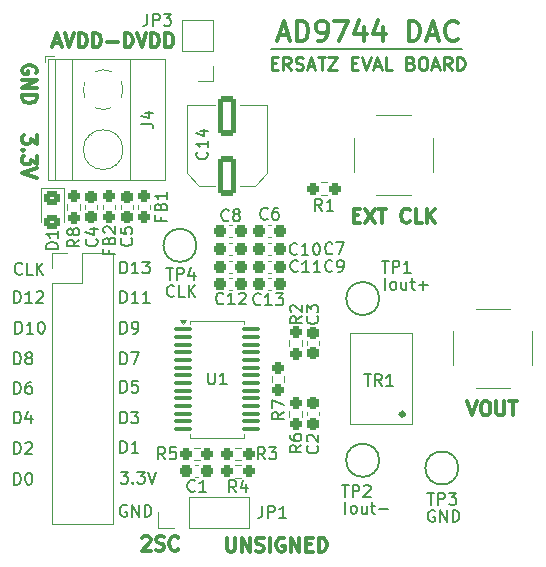
<source format=gto>
G04 #@! TF.GenerationSoftware,KiCad,Pcbnew,8.0.6*
G04 #@! TF.CreationDate,2025-01-16T21:26:40-07:00*
G04 #@! TF.ProjectId,AD9744 Ersatz Eval Board Rev. A,41443937-3434-4204-9572-7361747a2045,rev?*
G04 #@! TF.SameCoordinates,Original*
G04 #@! TF.FileFunction,Legend,Top*
G04 #@! TF.FilePolarity,Positive*
%FSLAX46Y46*%
G04 Gerber Fmt 4.6, Leading zero omitted, Abs format (unit mm)*
G04 Created by KiCad (PCBNEW 8.0.6) date 2025-01-16 21:26:40*
%MOMM*%
%LPD*%
G01*
G04 APERTURE LIST*
G04 Aperture macros list*
%AMRoundRect*
0 Rectangle with rounded corners*
0 $1 Rounding radius*
0 $2 $3 $4 $5 $6 $7 $8 $9 X,Y pos of 4 corners*
0 Add a 4 corners polygon primitive as box body*
4,1,4,$2,$3,$4,$5,$6,$7,$8,$9,$2,$3,0*
0 Add four circle primitives for the rounded corners*
1,1,$1+$1,$2,$3*
1,1,$1+$1,$4,$5*
1,1,$1+$1,$6,$7*
1,1,$1+$1,$8,$9*
0 Add four rect primitives between the rounded corners*
20,1,$1+$1,$2,$3,$4,$5,0*
20,1,$1+$1,$4,$5,$6,$7,0*
20,1,$1+$1,$6,$7,$8,$9,0*
20,1,$1+$1,$8,$9,$2,$3,0*%
G04 Aperture macros list end*
%ADD10C,0.200000*%
%ADD11C,0.300000*%
%ADD12C,0.220000*%
%ADD13C,0.150000*%
%ADD14C,0.120000*%
%ADD15C,0.350000*%
%ADD16RoundRect,0.237500X-0.300000X-0.237500X0.300000X-0.237500X0.300000X0.237500X-0.300000X0.237500X0*%
%ADD17R,1.700000X1.700000*%
%ADD18O,1.700000X1.700000*%
%ADD19RoundRect,0.237500X-0.237500X0.250000X-0.237500X-0.250000X0.237500X-0.250000X0.237500X0.250000X0*%
%ADD20C,3.800000*%
%ADD21RoundRect,0.237500X0.237500X-0.250000X0.237500X0.250000X-0.237500X0.250000X-0.237500X-0.250000X0*%
%ADD22RoundRect,0.237500X0.300000X0.237500X-0.300000X0.237500X-0.300000X-0.237500X0.300000X-0.237500X0*%
%ADD23RoundRect,0.237500X-0.237500X0.287500X-0.237500X-0.287500X0.237500X-0.287500X0.237500X0.287500X0*%
%ADD24RoundRect,0.237500X-0.237500X0.300000X-0.237500X-0.300000X0.237500X-0.300000X0.237500X0.300000X0*%
%ADD25RoundRect,0.237500X0.250000X0.237500X-0.250000X0.237500X-0.250000X-0.237500X0.250000X-0.237500X0*%
%ADD26C,2.050000*%
%ADD27C,2.250000*%
%ADD28RoundRect,0.237500X-0.250000X-0.237500X0.250000X-0.237500X0.250000X0.237500X-0.250000X0.237500X0*%
%ADD29RoundRect,0.100000X-0.637500X-0.100000X0.637500X-0.100000X0.637500X0.100000X-0.637500X0.100000X0*%
%ADD30C,2.000000*%
%ADD31RoundRect,0.237500X0.237500X-0.300000X0.237500X0.300000X-0.237500X0.300000X-0.237500X-0.300000X0*%
%ADD32RoundRect,0.250000X-0.450000X0.325000X-0.450000X-0.325000X0.450000X-0.325000X0.450000X0.325000X0*%
%ADD33RoundRect,0.250000X0.550000X-1.412500X0.550000X1.412500X-0.550000X1.412500X-0.550000X-1.412500X0*%
%ADD34R,2.600000X2.600000*%
%ADD35C,2.600000*%
%ADD36R,1.600000X1.600000*%
%ADD37O,1.600000X1.600000*%
G04 APERTURE END LIST*
D10*
X158125000Y-82100000D02*
X142025000Y-82100000D01*
X120916101Y-101071980D02*
X120868482Y-101119600D01*
X120868482Y-101119600D02*
X120725625Y-101167219D01*
X120725625Y-101167219D02*
X120630387Y-101167219D01*
X120630387Y-101167219D02*
X120487530Y-101119600D01*
X120487530Y-101119600D02*
X120392292Y-101024361D01*
X120392292Y-101024361D02*
X120344673Y-100929123D01*
X120344673Y-100929123D02*
X120297054Y-100738647D01*
X120297054Y-100738647D02*
X120297054Y-100595790D01*
X120297054Y-100595790D02*
X120344673Y-100405314D01*
X120344673Y-100405314D02*
X120392292Y-100310076D01*
X120392292Y-100310076D02*
X120487530Y-100214838D01*
X120487530Y-100214838D02*
X120630387Y-100167219D01*
X120630387Y-100167219D02*
X120725625Y-100167219D01*
X120725625Y-100167219D02*
X120868482Y-100214838D01*
X120868482Y-100214838D02*
X120916101Y-100262457D01*
X121820863Y-101167219D02*
X121344673Y-101167219D01*
X121344673Y-101167219D02*
X121344673Y-100167219D01*
X122154197Y-101167219D02*
X122154197Y-100167219D01*
X122725625Y-101167219D02*
X122297054Y-100595790D01*
X122725625Y-100167219D02*
X122154197Y-100738647D01*
D11*
X142646177Y-80890639D02*
X143455701Y-80890639D01*
X142484272Y-81376353D02*
X143050939Y-79676353D01*
X143050939Y-79676353D02*
X143617606Y-81376353D01*
X144184272Y-81376353D02*
X144184272Y-79676353D01*
X144184272Y-79676353D02*
X144589034Y-79676353D01*
X144589034Y-79676353D02*
X144831891Y-79757305D01*
X144831891Y-79757305D02*
X144993796Y-79919210D01*
X144993796Y-79919210D02*
X145074749Y-80081115D01*
X145074749Y-80081115D02*
X145155701Y-80404924D01*
X145155701Y-80404924D02*
X145155701Y-80647781D01*
X145155701Y-80647781D02*
X145074749Y-80971591D01*
X145074749Y-80971591D02*
X144993796Y-81133496D01*
X144993796Y-81133496D02*
X144831891Y-81295401D01*
X144831891Y-81295401D02*
X144589034Y-81376353D01*
X144589034Y-81376353D02*
X144184272Y-81376353D01*
X145965225Y-81376353D02*
X146289034Y-81376353D01*
X146289034Y-81376353D02*
X146450939Y-81295401D01*
X146450939Y-81295401D02*
X146531891Y-81214448D01*
X146531891Y-81214448D02*
X146693796Y-80971591D01*
X146693796Y-80971591D02*
X146774749Y-80647781D01*
X146774749Y-80647781D02*
X146774749Y-80000162D01*
X146774749Y-80000162D02*
X146693796Y-79838258D01*
X146693796Y-79838258D02*
X146612844Y-79757305D01*
X146612844Y-79757305D02*
X146450939Y-79676353D01*
X146450939Y-79676353D02*
X146127130Y-79676353D01*
X146127130Y-79676353D02*
X145965225Y-79757305D01*
X145965225Y-79757305D02*
X145884272Y-79838258D01*
X145884272Y-79838258D02*
X145803320Y-80000162D01*
X145803320Y-80000162D02*
X145803320Y-80404924D01*
X145803320Y-80404924D02*
X145884272Y-80566829D01*
X145884272Y-80566829D02*
X145965225Y-80647781D01*
X145965225Y-80647781D02*
X146127130Y-80728734D01*
X146127130Y-80728734D02*
X146450939Y-80728734D01*
X146450939Y-80728734D02*
X146612844Y-80647781D01*
X146612844Y-80647781D02*
X146693796Y-80566829D01*
X146693796Y-80566829D02*
X146774749Y-80404924D01*
X147341416Y-79676353D02*
X148474749Y-79676353D01*
X148474749Y-79676353D02*
X147746178Y-81376353D01*
X149850940Y-80243020D02*
X149850940Y-81376353D01*
X149446178Y-79595401D02*
X149041416Y-80809686D01*
X149041416Y-80809686D02*
X150093797Y-80809686D01*
X151469988Y-80243020D02*
X151469988Y-81376353D01*
X151065226Y-79595401D02*
X150660464Y-80809686D01*
X150660464Y-80809686D02*
X151712845Y-80809686D01*
X153655702Y-81376353D02*
X153655702Y-79676353D01*
X153655702Y-79676353D02*
X154060464Y-79676353D01*
X154060464Y-79676353D02*
X154303321Y-79757305D01*
X154303321Y-79757305D02*
X154465226Y-79919210D01*
X154465226Y-79919210D02*
X154546179Y-80081115D01*
X154546179Y-80081115D02*
X154627131Y-80404924D01*
X154627131Y-80404924D02*
X154627131Y-80647781D01*
X154627131Y-80647781D02*
X154546179Y-80971591D01*
X154546179Y-80971591D02*
X154465226Y-81133496D01*
X154465226Y-81133496D02*
X154303321Y-81295401D01*
X154303321Y-81295401D02*
X154060464Y-81376353D01*
X154060464Y-81376353D02*
X153655702Y-81376353D01*
X155274750Y-80890639D02*
X156084274Y-80890639D01*
X155112845Y-81376353D02*
X155679512Y-79676353D01*
X155679512Y-79676353D02*
X156246179Y-81376353D01*
X157784274Y-81214448D02*
X157703322Y-81295401D01*
X157703322Y-81295401D02*
X157460464Y-81376353D01*
X157460464Y-81376353D02*
X157298560Y-81376353D01*
X157298560Y-81376353D02*
X157055703Y-81295401D01*
X157055703Y-81295401D02*
X156893798Y-81133496D01*
X156893798Y-81133496D02*
X156812845Y-80971591D01*
X156812845Y-80971591D02*
X156731893Y-80647781D01*
X156731893Y-80647781D02*
X156731893Y-80404924D01*
X156731893Y-80404924D02*
X156812845Y-80081115D01*
X156812845Y-80081115D02*
X156893798Y-79919210D01*
X156893798Y-79919210D02*
X157055703Y-79757305D01*
X157055703Y-79757305D02*
X157298560Y-79676353D01*
X157298560Y-79676353D02*
X157460464Y-79676353D01*
X157460464Y-79676353D02*
X157703322Y-79757305D01*
X157703322Y-79757305D02*
X157784274Y-79838258D01*
X138258082Y-123437542D02*
X138258082Y-124408971D01*
X138258082Y-124408971D02*
X138315225Y-124523257D01*
X138315225Y-124523257D02*
X138372368Y-124580400D01*
X138372368Y-124580400D02*
X138486653Y-124637542D01*
X138486653Y-124637542D02*
X138715225Y-124637542D01*
X138715225Y-124637542D02*
X138829510Y-124580400D01*
X138829510Y-124580400D02*
X138886653Y-124523257D01*
X138886653Y-124523257D02*
X138943796Y-124408971D01*
X138943796Y-124408971D02*
X138943796Y-123437542D01*
X139515225Y-124637542D02*
X139515225Y-123437542D01*
X139515225Y-123437542D02*
X140200939Y-124637542D01*
X140200939Y-124637542D02*
X140200939Y-123437542D01*
X140715225Y-124580400D02*
X140886654Y-124637542D01*
X140886654Y-124637542D02*
X141172368Y-124637542D01*
X141172368Y-124637542D02*
X141286654Y-124580400D01*
X141286654Y-124580400D02*
X141343796Y-124523257D01*
X141343796Y-124523257D02*
X141400939Y-124408971D01*
X141400939Y-124408971D02*
X141400939Y-124294685D01*
X141400939Y-124294685D02*
X141343796Y-124180400D01*
X141343796Y-124180400D02*
X141286654Y-124123257D01*
X141286654Y-124123257D02*
X141172368Y-124066114D01*
X141172368Y-124066114D02*
X140943796Y-124008971D01*
X140943796Y-124008971D02*
X140829511Y-123951828D01*
X140829511Y-123951828D02*
X140772368Y-123894685D01*
X140772368Y-123894685D02*
X140715225Y-123780400D01*
X140715225Y-123780400D02*
X140715225Y-123666114D01*
X140715225Y-123666114D02*
X140772368Y-123551828D01*
X140772368Y-123551828D02*
X140829511Y-123494685D01*
X140829511Y-123494685D02*
X140943796Y-123437542D01*
X140943796Y-123437542D02*
X141229511Y-123437542D01*
X141229511Y-123437542D02*
X141400939Y-123494685D01*
X141915225Y-124637542D02*
X141915225Y-123437542D01*
X143115225Y-123494685D02*
X143000940Y-123437542D01*
X143000940Y-123437542D02*
X142829511Y-123437542D01*
X142829511Y-123437542D02*
X142658082Y-123494685D01*
X142658082Y-123494685D02*
X142543797Y-123608971D01*
X142543797Y-123608971D02*
X142486654Y-123723257D01*
X142486654Y-123723257D02*
X142429511Y-123951828D01*
X142429511Y-123951828D02*
X142429511Y-124123257D01*
X142429511Y-124123257D02*
X142486654Y-124351828D01*
X142486654Y-124351828D02*
X142543797Y-124466114D01*
X142543797Y-124466114D02*
X142658082Y-124580400D01*
X142658082Y-124580400D02*
X142829511Y-124637542D01*
X142829511Y-124637542D02*
X142943797Y-124637542D01*
X142943797Y-124637542D02*
X143115225Y-124580400D01*
X143115225Y-124580400D02*
X143172368Y-124523257D01*
X143172368Y-124523257D02*
X143172368Y-124123257D01*
X143172368Y-124123257D02*
X142943797Y-124123257D01*
X143686654Y-124637542D02*
X143686654Y-123437542D01*
X143686654Y-123437542D02*
X144372368Y-124637542D01*
X144372368Y-124637542D02*
X144372368Y-123437542D01*
X144943797Y-124008971D02*
X145343797Y-124008971D01*
X145515225Y-124637542D02*
X144943797Y-124637542D01*
X144943797Y-124637542D02*
X144943797Y-123437542D01*
X144943797Y-123437542D02*
X145515225Y-123437542D01*
X146029511Y-124637542D02*
X146029511Y-123437542D01*
X146029511Y-123437542D02*
X146315225Y-123437542D01*
X146315225Y-123437542D02*
X146486654Y-123494685D01*
X146486654Y-123494685D02*
X146600939Y-123608971D01*
X146600939Y-123608971D02*
X146658082Y-123723257D01*
X146658082Y-123723257D02*
X146715225Y-123951828D01*
X146715225Y-123951828D02*
X146715225Y-124123257D01*
X146715225Y-124123257D02*
X146658082Y-124351828D01*
X146658082Y-124351828D02*
X146600939Y-124466114D01*
X146600939Y-124466114D02*
X146486654Y-124580400D01*
X146486654Y-124580400D02*
X146315225Y-124637542D01*
X146315225Y-124637542D02*
X146029511Y-124637542D01*
D10*
X120244673Y-116367219D02*
X120244673Y-115367219D01*
X120244673Y-115367219D02*
X120482768Y-115367219D01*
X120482768Y-115367219D02*
X120625625Y-115414838D01*
X120625625Y-115414838D02*
X120720863Y-115510076D01*
X120720863Y-115510076D02*
X120768482Y-115605314D01*
X120768482Y-115605314D02*
X120816101Y-115795790D01*
X120816101Y-115795790D02*
X120816101Y-115938647D01*
X120816101Y-115938647D02*
X120768482Y-116129123D01*
X120768482Y-116129123D02*
X120720863Y-116224361D01*
X120720863Y-116224361D02*
X120625625Y-116319600D01*
X120625625Y-116319600D02*
X120482768Y-116367219D01*
X120482768Y-116367219D02*
X120244673Y-116367219D01*
X121197054Y-115462457D02*
X121244673Y-115414838D01*
X121244673Y-115414838D02*
X121339911Y-115367219D01*
X121339911Y-115367219D02*
X121578006Y-115367219D01*
X121578006Y-115367219D02*
X121673244Y-115414838D01*
X121673244Y-115414838D02*
X121720863Y-115462457D01*
X121720863Y-115462457D02*
X121768482Y-115557695D01*
X121768482Y-115557695D02*
X121768482Y-115652933D01*
X121768482Y-115652933D02*
X121720863Y-115795790D01*
X121720863Y-115795790D02*
X121149435Y-116367219D01*
X121149435Y-116367219D02*
X121768482Y-116367219D01*
X129244673Y-108767219D02*
X129244673Y-107767219D01*
X129244673Y-107767219D02*
X129482768Y-107767219D01*
X129482768Y-107767219D02*
X129625625Y-107814838D01*
X129625625Y-107814838D02*
X129720863Y-107910076D01*
X129720863Y-107910076D02*
X129768482Y-108005314D01*
X129768482Y-108005314D02*
X129816101Y-108195790D01*
X129816101Y-108195790D02*
X129816101Y-108338647D01*
X129816101Y-108338647D02*
X129768482Y-108529123D01*
X129768482Y-108529123D02*
X129720863Y-108624361D01*
X129720863Y-108624361D02*
X129625625Y-108719600D01*
X129625625Y-108719600D02*
X129482768Y-108767219D01*
X129482768Y-108767219D02*
X129244673Y-108767219D01*
X130149435Y-107767219D02*
X130816101Y-107767219D01*
X130816101Y-107767219D02*
X130387530Y-108767219D01*
X120244673Y-108767219D02*
X120244673Y-107767219D01*
X120244673Y-107767219D02*
X120482768Y-107767219D01*
X120482768Y-107767219D02*
X120625625Y-107814838D01*
X120625625Y-107814838D02*
X120720863Y-107910076D01*
X120720863Y-107910076D02*
X120768482Y-108005314D01*
X120768482Y-108005314D02*
X120816101Y-108195790D01*
X120816101Y-108195790D02*
X120816101Y-108338647D01*
X120816101Y-108338647D02*
X120768482Y-108529123D01*
X120768482Y-108529123D02*
X120720863Y-108624361D01*
X120720863Y-108624361D02*
X120625625Y-108719600D01*
X120625625Y-108719600D02*
X120482768Y-108767219D01*
X120482768Y-108767219D02*
X120244673Y-108767219D01*
X121387530Y-108195790D02*
X121292292Y-108148171D01*
X121292292Y-108148171D02*
X121244673Y-108100552D01*
X121244673Y-108100552D02*
X121197054Y-108005314D01*
X121197054Y-108005314D02*
X121197054Y-107957695D01*
X121197054Y-107957695D02*
X121244673Y-107862457D01*
X121244673Y-107862457D02*
X121292292Y-107814838D01*
X121292292Y-107814838D02*
X121387530Y-107767219D01*
X121387530Y-107767219D02*
X121578006Y-107767219D01*
X121578006Y-107767219D02*
X121673244Y-107814838D01*
X121673244Y-107814838D02*
X121720863Y-107862457D01*
X121720863Y-107862457D02*
X121768482Y-107957695D01*
X121768482Y-107957695D02*
X121768482Y-108005314D01*
X121768482Y-108005314D02*
X121720863Y-108100552D01*
X121720863Y-108100552D02*
X121673244Y-108148171D01*
X121673244Y-108148171D02*
X121578006Y-108195790D01*
X121578006Y-108195790D02*
X121387530Y-108195790D01*
X121387530Y-108195790D02*
X121292292Y-108243409D01*
X121292292Y-108243409D02*
X121244673Y-108291028D01*
X121244673Y-108291028D02*
X121197054Y-108386266D01*
X121197054Y-108386266D02*
X121197054Y-108576742D01*
X121197054Y-108576742D02*
X121244673Y-108671980D01*
X121244673Y-108671980D02*
X121292292Y-108719600D01*
X121292292Y-108719600D02*
X121387530Y-108767219D01*
X121387530Y-108767219D02*
X121578006Y-108767219D01*
X121578006Y-108767219D02*
X121673244Y-108719600D01*
X121673244Y-108719600D02*
X121720863Y-108671980D01*
X121720863Y-108671980D02*
X121768482Y-108576742D01*
X121768482Y-108576742D02*
X121768482Y-108386266D01*
X121768482Y-108386266D02*
X121720863Y-108291028D01*
X121720863Y-108291028D02*
X121673244Y-108243409D01*
X121673244Y-108243409D02*
X121578006Y-108195790D01*
X129244673Y-103567219D02*
X129244673Y-102567219D01*
X129244673Y-102567219D02*
X129482768Y-102567219D01*
X129482768Y-102567219D02*
X129625625Y-102614838D01*
X129625625Y-102614838D02*
X129720863Y-102710076D01*
X129720863Y-102710076D02*
X129768482Y-102805314D01*
X129768482Y-102805314D02*
X129816101Y-102995790D01*
X129816101Y-102995790D02*
X129816101Y-103138647D01*
X129816101Y-103138647D02*
X129768482Y-103329123D01*
X129768482Y-103329123D02*
X129720863Y-103424361D01*
X129720863Y-103424361D02*
X129625625Y-103519600D01*
X129625625Y-103519600D02*
X129482768Y-103567219D01*
X129482768Y-103567219D02*
X129244673Y-103567219D01*
X130768482Y-103567219D02*
X130197054Y-103567219D01*
X130482768Y-103567219D02*
X130482768Y-102567219D01*
X130482768Y-102567219D02*
X130387530Y-102710076D01*
X130387530Y-102710076D02*
X130292292Y-102805314D01*
X130292292Y-102805314D02*
X130197054Y-102852933D01*
X131720863Y-103567219D02*
X131149435Y-103567219D01*
X131435149Y-103567219D02*
X131435149Y-102567219D01*
X131435149Y-102567219D02*
X131339911Y-102710076D01*
X131339911Y-102710076D02*
X131244673Y-102805314D01*
X131244673Y-102805314D02*
X131149435Y-102852933D01*
X129244673Y-101067219D02*
X129244673Y-100067219D01*
X129244673Y-100067219D02*
X129482768Y-100067219D01*
X129482768Y-100067219D02*
X129625625Y-100114838D01*
X129625625Y-100114838D02*
X129720863Y-100210076D01*
X129720863Y-100210076D02*
X129768482Y-100305314D01*
X129768482Y-100305314D02*
X129816101Y-100495790D01*
X129816101Y-100495790D02*
X129816101Y-100638647D01*
X129816101Y-100638647D02*
X129768482Y-100829123D01*
X129768482Y-100829123D02*
X129720863Y-100924361D01*
X129720863Y-100924361D02*
X129625625Y-101019600D01*
X129625625Y-101019600D02*
X129482768Y-101067219D01*
X129482768Y-101067219D02*
X129244673Y-101067219D01*
X130768482Y-101067219D02*
X130197054Y-101067219D01*
X130482768Y-101067219D02*
X130482768Y-100067219D01*
X130482768Y-100067219D02*
X130387530Y-100210076D01*
X130387530Y-100210076D02*
X130292292Y-100305314D01*
X130292292Y-100305314D02*
X130197054Y-100352933D01*
X131101816Y-100067219D02*
X131720863Y-100067219D01*
X131720863Y-100067219D02*
X131387530Y-100448171D01*
X131387530Y-100448171D02*
X131530387Y-100448171D01*
X131530387Y-100448171D02*
X131625625Y-100495790D01*
X131625625Y-100495790D02*
X131673244Y-100543409D01*
X131673244Y-100543409D02*
X131720863Y-100638647D01*
X131720863Y-100638647D02*
X131720863Y-100876742D01*
X131720863Y-100876742D02*
X131673244Y-100971980D01*
X131673244Y-100971980D02*
X131625625Y-101019600D01*
X131625625Y-101019600D02*
X131530387Y-101067219D01*
X131530387Y-101067219D02*
X131244673Y-101067219D01*
X131244673Y-101067219D02*
X131149435Y-101019600D01*
X131149435Y-101019600D02*
X131101816Y-100971980D01*
X120244673Y-103567219D02*
X120244673Y-102567219D01*
X120244673Y-102567219D02*
X120482768Y-102567219D01*
X120482768Y-102567219D02*
X120625625Y-102614838D01*
X120625625Y-102614838D02*
X120720863Y-102710076D01*
X120720863Y-102710076D02*
X120768482Y-102805314D01*
X120768482Y-102805314D02*
X120816101Y-102995790D01*
X120816101Y-102995790D02*
X120816101Y-103138647D01*
X120816101Y-103138647D02*
X120768482Y-103329123D01*
X120768482Y-103329123D02*
X120720863Y-103424361D01*
X120720863Y-103424361D02*
X120625625Y-103519600D01*
X120625625Y-103519600D02*
X120482768Y-103567219D01*
X120482768Y-103567219D02*
X120244673Y-103567219D01*
X121768482Y-103567219D02*
X121197054Y-103567219D01*
X121482768Y-103567219D02*
X121482768Y-102567219D01*
X121482768Y-102567219D02*
X121387530Y-102710076D01*
X121387530Y-102710076D02*
X121292292Y-102805314D01*
X121292292Y-102805314D02*
X121197054Y-102852933D01*
X122149435Y-102662457D02*
X122197054Y-102614838D01*
X122197054Y-102614838D02*
X122292292Y-102567219D01*
X122292292Y-102567219D02*
X122530387Y-102567219D01*
X122530387Y-102567219D02*
X122625625Y-102614838D01*
X122625625Y-102614838D02*
X122673244Y-102662457D01*
X122673244Y-102662457D02*
X122720863Y-102757695D01*
X122720863Y-102757695D02*
X122720863Y-102852933D01*
X122720863Y-102852933D02*
X122673244Y-102995790D01*
X122673244Y-102995790D02*
X122101816Y-103567219D01*
X122101816Y-103567219D02*
X122720863Y-103567219D01*
D11*
X123600939Y-81594685D02*
X124172368Y-81594685D01*
X123486653Y-81937542D02*
X123886653Y-80737542D01*
X123886653Y-80737542D02*
X124286653Y-81937542D01*
X124515224Y-80737542D02*
X124915224Y-81937542D01*
X124915224Y-81937542D02*
X125315224Y-80737542D01*
X125715224Y-81937542D02*
X125715224Y-80737542D01*
X125715224Y-80737542D02*
X126000938Y-80737542D01*
X126000938Y-80737542D02*
X126172367Y-80794685D01*
X126172367Y-80794685D02*
X126286652Y-80908971D01*
X126286652Y-80908971D02*
X126343795Y-81023257D01*
X126343795Y-81023257D02*
X126400938Y-81251828D01*
X126400938Y-81251828D02*
X126400938Y-81423257D01*
X126400938Y-81423257D02*
X126343795Y-81651828D01*
X126343795Y-81651828D02*
X126286652Y-81766114D01*
X126286652Y-81766114D02*
X126172367Y-81880400D01*
X126172367Y-81880400D02*
X126000938Y-81937542D01*
X126000938Y-81937542D02*
X125715224Y-81937542D01*
X126915224Y-81937542D02*
X126915224Y-80737542D01*
X126915224Y-80737542D02*
X127200938Y-80737542D01*
X127200938Y-80737542D02*
X127372367Y-80794685D01*
X127372367Y-80794685D02*
X127486652Y-80908971D01*
X127486652Y-80908971D02*
X127543795Y-81023257D01*
X127543795Y-81023257D02*
X127600938Y-81251828D01*
X127600938Y-81251828D02*
X127600938Y-81423257D01*
X127600938Y-81423257D02*
X127543795Y-81651828D01*
X127543795Y-81651828D02*
X127486652Y-81766114D01*
X127486652Y-81766114D02*
X127372367Y-81880400D01*
X127372367Y-81880400D02*
X127200938Y-81937542D01*
X127200938Y-81937542D02*
X126915224Y-81937542D01*
X128115224Y-81480400D02*
X129029510Y-81480400D01*
X129600938Y-81937542D02*
X129600938Y-80737542D01*
X129600938Y-80737542D02*
X129886652Y-80737542D01*
X129886652Y-80737542D02*
X130058081Y-80794685D01*
X130058081Y-80794685D02*
X130172366Y-80908971D01*
X130172366Y-80908971D02*
X130229509Y-81023257D01*
X130229509Y-81023257D02*
X130286652Y-81251828D01*
X130286652Y-81251828D02*
X130286652Y-81423257D01*
X130286652Y-81423257D02*
X130229509Y-81651828D01*
X130229509Y-81651828D02*
X130172366Y-81766114D01*
X130172366Y-81766114D02*
X130058081Y-81880400D01*
X130058081Y-81880400D02*
X129886652Y-81937542D01*
X129886652Y-81937542D02*
X129600938Y-81937542D01*
X130629509Y-80737542D02*
X131029509Y-81937542D01*
X131029509Y-81937542D02*
X131429509Y-80737542D01*
X131829509Y-81937542D02*
X131829509Y-80737542D01*
X131829509Y-80737542D02*
X132115223Y-80737542D01*
X132115223Y-80737542D02*
X132286652Y-80794685D01*
X132286652Y-80794685D02*
X132400937Y-80908971D01*
X132400937Y-80908971D02*
X132458080Y-81023257D01*
X132458080Y-81023257D02*
X132515223Y-81251828D01*
X132515223Y-81251828D02*
X132515223Y-81423257D01*
X132515223Y-81423257D02*
X132458080Y-81651828D01*
X132458080Y-81651828D02*
X132400937Y-81766114D01*
X132400937Y-81766114D02*
X132286652Y-81880400D01*
X132286652Y-81880400D02*
X132115223Y-81937542D01*
X132115223Y-81937542D02*
X131829509Y-81937542D01*
X133029509Y-81937542D02*
X133029509Y-80737542D01*
X133029509Y-80737542D02*
X133315223Y-80737542D01*
X133315223Y-80737542D02*
X133486652Y-80794685D01*
X133486652Y-80794685D02*
X133600937Y-80908971D01*
X133600937Y-80908971D02*
X133658080Y-81023257D01*
X133658080Y-81023257D02*
X133715223Y-81251828D01*
X133715223Y-81251828D02*
X133715223Y-81423257D01*
X133715223Y-81423257D02*
X133658080Y-81651828D01*
X133658080Y-81651828D02*
X133600937Y-81766114D01*
X133600937Y-81766114D02*
X133486652Y-81880400D01*
X133486652Y-81880400D02*
X133315223Y-81937542D01*
X133315223Y-81937542D02*
X133029509Y-81937542D01*
X122080314Y-84131653D02*
X122137457Y-84017368D01*
X122137457Y-84017368D02*
X122137457Y-83845939D01*
X122137457Y-83845939D02*
X122080314Y-83674510D01*
X122080314Y-83674510D02*
X121966028Y-83560225D01*
X121966028Y-83560225D02*
X121851742Y-83503082D01*
X121851742Y-83503082D02*
X121623171Y-83445939D01*
X121623171Y-83445939D02*
X121451742Y-83445939D01*
X121451742Y-83445939D02*
X121223171Y-83503082D01*
X121223171Y-83503082D02*
X121108885Y-83560225D01*
X121108885Y-83560225D02*
X120994600Y-83674510D01*
X120994600Y-83674510D02*
X120937457Y-83845939D01*
X120937457Y-83845939D02*
X120937457Y-83960225D01*
X120937457Y-83960225D02*
X120994600Y-84131653D01*
X120994600Y-84131653D02*
X121051742Y-84188796D01*
X121051742Y-84188796D02*
X121451742Y-84188796D01*
X121451742Y-84188796D02*
X121451742Y-83960225D01*
X120937457Y-84703082D02*
X122137457Y-84703082D01*
X122137457Y-84703082D02*
X120937457Y-85388796D01*
X120937457Y-85388796D02*
X122137457Y-85388796D01*
X120937457Y-85960225D02*
X122137457Y-85960225D01*
X122137457Y-85960225D02*
X122137457Y-86245939D01*
X122137457Y-86245939D02*
X122080314Y-86417368D01*
X122080314Y-86417368D02*
X121966028Y-86531653D01*
X121966028Y-86531653D02*
X121851742Y-86588796D01*
X121851742Y-86588796D02*
X121623171Y-86645939D01*
X121623171Y-86645939D02*
X121451742Y-86645939D01*
X121451742Y-86645939D02*
X121223171Y-86588796D01*
X121223171Y-86588796D02*
X121108885Y-86531653D01*
X121108885Y-86531653D02*
X120994600Y-86417368D01*
X120994600Y-86417368D02*
X120937457Y-86245939D01*
X120937457Y-86245939D02*
X120937457Y-85960225D01*
D10*
X120244673Y-113767219D02*
X120244673Y-112767219D01*
X120244673Y-112767219D02*
X120482768Y-112767219D01*
X120482768Y-112767219D02*
X120625625Y-112814838D01*
X120625625Y-112814838D02*
X120720863Y-112910076D01*
X120720863Y-112910076D02*
X120768482Y-113005314D01*
X120768482Y-113005314D02*
X120816101Y-113195790D01*
X120816101Y-113195790D02*
X120816101Y-113338647D01*
X120816101Y-113338647D02*
X120768482Y-113529123D01*
X120768482Y-113529123D02*
X120720863Y-113624361D01*
X120720863Y-113624361D02*
X120625625Y-113719600D01*
X120625625Y-113719600D02*
X120482768Y-113767219D01*
X120482768Y-113767219D02*
X120244673Y-113767219D01*
X121673244Y-113100552D02*
X121673244Y-113767219D01*
X121435149Y-112719600D02*
X121197054Y-113433885D01*
X121197054Y-113433885D02*
X121816101Y-113433885D01*
X129768482Y-120714838D02*
X129673244Y-120667219D01*
X129673244Y-120667219D02*
X129530387Y-120667219D01*
X129530387Y-120667219D02*
X129387530Y-120714838D01*
X129387530Y-120714838D02*
X129292292Y-120810076D01*
X129292292Y-120810076D02*
X129244673Y-120905314D01*
X129244673Y-120905314D02*
X129197054Y-121095790D01*
X129197054Y-121095790D02*
X129197054Y-121238647D01*
X129197054Y-121238647D02*
X129244673Y-121429123D01*
X129244673Y-121429123D02*
X129292292Y-121524361D01*
X129292292Y-121524361D02*
X129387530Y-121619600D01*
X129387530Y-121619600D02*
X129530387Y-121667219D01*
X129530387Y-121667219D02*
X129625625Y-121667219D01*
X129625625Y-121667219D02*
X129768482Y-121619600D01*
X129768482Y-121619600D02*
X129816101Y-121571980D01*
X129816101Y-121571980D02*
X129816101Y-121238647D01*
X129816101Y-121238647D02*
X129625625Y-121238647D01*
X130244673Y-121667219D02*
X130244673Y-120667219D01*
X130244673Y-120667219D02*
X130816101Y-121667219D01*
X130816101Y-121667219D02*
X130816101Y-120667219D01*
X131292292Y-121667219D02*
X131292292Y-120667219D01*
X131292292Y-120667219D02*
X131530387Y-120667219D01*
X131530387Y-120667219D02*
X131673244Y-120714838D01*
X131673244Y-120714838D02*
X131768482Y-120810076D01*
X131768482Y-120810076D02*
X131816101Y-120905314D01*
X131816101Y-120905314D02*
X131863720Y-121095790D01*
X131863720Y-121095790D02*
X131863720Y-121238647D01*
X131863720Y-121238647D02*
X131816101Y-121429123D01*
X131816101Y-121429123D02*
X131768482Y-121524361D01*
X131768482Y-121524361D02*
X131673244Y-121619600D01*
X131673244Y-121619600D02*
X131530387Y-121667219D01*
X131530387Y-121667219D02*
X131292292Y-121667219D01*
X129244673Y-113767219D02*
X129244673Y-112767219D01*
X129244673Y-112767219D02*
X129482768Y-112767219D01*
X129482768Y-112767219D02*
X129625625Y-112814838D01*
X129625625Y-112814838D02*
X129720863Y-112910076D01*
X129720863Y-112910076D02*
X129768482Y-113005314D01*
X129768482Y-113005314D02*
X129816101Y-113195790D01*
X129816101Y-113195790D02*
X129816101Y-113338647D01*
X129816101Y-113338647D02*
X129768482Y-113529123D01*
X129768482Y-113529123D02*
X129720863Y-113624361D01*
X129720863Y-113624361D02*
X129625625Y-113719600D01*
X129625625Y-113719600D02*
X129482768Y-113767219D01*
X129482768Y-113767219D02*
X129244673Y-113767219D01*
X130149435Y-112767219D02*
X130768482Y-112767219D01*
X130768482Y-112767219D02*
X130435149Y-113148171D01*
X130435149Y-113148171D02*
X130578006Y-113148171D01*
X130578006Y-113148171D02*
X130673244Y-113195790D01*
X130673244Y-113195790D02*
X130720863Y-113243409D01*
X130720863Y-113243409D02*
X130768482Y-113338647D01*
X130768482Y-113338647D02*
X130768482Y-113576742D01*
X130768482Y-113576742D02*
X130720863Y-113671980D01*
X130720863Y-113671980D02*
X130673244Y-113719600D01*
X130673244Y-113719600D02*
X130578006Y-113767219D01*
X130578006Y-113767219D02*
X130292292Y-113767219D01*
X130292292Y-113767219D02*
X130197054Y-113719600D01*
X130197054Y-113719600D02*
X130149435Y-113671980D01*
D12*
X142031640Y-83277750D02*
X142398307Y-83277750D01*
X142555450Y-83853940D02*
X142031640Y-83853940D01*
X142031640Y-83853940D02*
X142031640Y-82753940D01*
X142031640Y-82753940D02*
X142555450Y-82753940D01*
X143655450Y-83853940D02*
X143288783Y-83330131D01*
X143026878Y-83853940D02*
X143026878Y-82753940D01*
X143026878Y-82753940D02*
X143445926Y-82753940D01*
X143445926Y-82753940D02*
X143550688Y-82806321D01*
X143550688Y-82806321D02*
X143603069Y-82858702D01*
X143603069Y-82858702D02*
X143655450Y-82963464D01*
X143655450Y-82963464D02*
X143655450Y-83120607D01*
X143655450Y-83120607D02*
X143603069Y-83225369D01*
X143603069Y-83225369D02*
X143550688Y-83277750D01*
X143550688Y-83277750D02*
X143445926Y-83330131D01*
X143445926Y-83330131D02*
X143026878Y-83330131D01*
X144074497Y-83801560D02*
X144231640Y-83853940D01*
X144231640Y-83853940D02*
X144493545Y-83853940D01*
X144493545Y-83853940D02*
X144598307Y-83801560D01*
X144598307Y-83801560D02*
X144650688Y-83749179D01*
X144650688Y-83749179D02*
X144703069Y-83644417D01*
X144703069Y-83644417D02*
X144703069Y-83539655D01*
X144703069Y-83539655D02*
X144650688Y-83434893D01*
X144650688Y-83434893D02*
X144598307Y-83382512D01*
X144598307Y-83382512D02*
X144493545Y-83330131D01*
X144493545Y-83330131D02*
X144284021Y-83277750D01*
X144284021Y-83277750D02*
X144179259Y-83225369D01*
X144179259Y-83225369D02*
X144126878Y-83172988D01*
X144126878Y-83172988D02*
X144074497Y-83068226D01*
X144074497Y-83068226D02*
X144074497Y-82963464D01*
X144074497Y-82963464D02*
X144126878Y-82858702D01*
X144126878Y-82858702D02*
X144179259Y-82806321D01*
X144179259Y-82806321D02*
X144284021Y-82753940D01*
X144284021Y-82753940D02*
X144545926Y-82753940D01*
X144545926Y-82753940D02*
X144703069Y-82806321D01*
X145122116Y-83539655D02*
X145645926Y-83539655D01*
X145017354Y-83853940D02*
X145384021Y-82753940D01*
X145384021Y-82753940D02*
X145750688Y-83853940D01*
X145960211Y-82753940D02*
X146588783Y-82753940D01*
X146274497Y-83853940D02*
X146274497Y-82753940D01*
X146850687Y-82753940D02*
X147584021Y-82753940D01*
X147584021Y-82753940D02*
X146850687Y-83853940D01*
X146850687Y-83853940D02*
X147584021Y-83853940D01*
X148841163Y-83277750D02*
X149207830Y-83277750D01*
X149364973Y-83853940D02*
X148841163Y-83853940D01*
X148841163Y-83853940D02*
X148841163Y-82753940D01*
X148841163Y-82753940D02*
X149364973Y-82753940D01*
X149679258Y-82753940D02*
X150045925Y-83853940D01*
X150045925Y-83853940D02*
X150412592Y-82753940D01*
X150726877Y-83539655D02*
X151250687Y-83539655D01*
X150622115Y-83853940D02*
X150988782Y-82753940D01*
X150988782Y-82753940D02*
X151355449Y-83853940D01*
X152245925Y-83853940D02*
X151722115Y-83853940D01*
X151722115Y-83853940D02*
X151722115Y-82753940D01*
X153817353Y-83277750D02*
X153974496Y-83330131D01*
X153974496Y-83330131D02*
X154026877Y-83382512D01*
X154026877Y-83382512D02*
X154079258Y-83487274D01*
X154079258Y-83487274D02*
X154079258Y-83644417D01*
X154079258Y-83644417D02*
X154026877Y-83749179D01*
X154026877Y-83749179D02*
X153974496Y-83801560D01*
X153974496Y-83801560D02*
X153869734Y-83853940D01*
X153869734Y-83853940D02*
X153450686Y-83853940D01*
X153450686Y-83853940D02*
X153450686Y-82753940D01*
X153450686Y-82753940D02*
X153817353Y-82753940D01*
X153817353Y-82753940D02*
X153922115Y-82806321D01*
X153922115Y-82806321D02*
X153974496Y-82858702D01*
X153974496Y-82858702D02*
X154026877Y-82963464D01*
X154026877Y-82963464D02*
X154026877Y-83068226D01*
X154026877Y-83068226D02*
X153974496Y-83172988D01*
X153974496Y-83172988D02*
X153922115Y-83225369D01*
X153922115Y-83225369D02*
X153817353Y-83277750D01*
X153817353Y-83277750D02*
X153450686Y-83277750D01*
X154760210Y-82753940D02*
X154969734Y-82753940D01*
X154969734Y-82753940D02*
X155074496Y-82806321D01*
X155074496Y-82806321D02*
X155179258Y-82911083D01*
X155179258Y-82911083D02*
X155231639Y-83120607D01*
X155231639Y-83120607D02*
X155231639Y-83487274D01*
X155231639Y-83487274D02*
X155179258Y-83696798D01*
X155179258Y-83696798D02*
X155074496Y-83801560D01*
X155074496Y-83801560D02*
X154969734Y-83853940D01*
X154969734Y-83853940D02*
X154760210Y-83853940D01*
X154760210Y-83853940D02*
X154655448Y-83801560D01*
X154655448Y-83801560D02*
X154550686Y-83696798D01*
X154550686Y-83696798D02*
X154498305Y-83487274D01*
X154498305Y-83487274D02*
X154498305Y-83120607D01*
X154498305Y-83120607D02*
X154550686Y-82911083D01*
X154550686Y-82911083D02*
X154655448Y-82806321D01*
X154655448Y-82806321D02*
X154760210Y-82753940D01*
X155650686Y-83539655D02*
X156174496Y-83539655D01*
X155545924Y-83853940D02*
X155912591Y-82753940D01*
X155912591Y-82753940D02*
X156279258Y-83853940D01*
X157274496Y-83853940D02*
X156907829Y-83330131D01*
X156645924Y-83853940D02*
X156645924Y-82753940D01*
X156645924Y-82753940D02*
X157064972Y-82753940D01*
X157064972Y-82753940D02*
X157169734Y-82806321D01*
X157169734Y-82806321D02*
X157222115Y-82858702D01*
X157222115Y-82858702D02*
X157274496Y-82963464D01*
X157274496Y-82963464D02*
X157274496Y-83120607D01*
X157274496Y-83120607D02*
X157222115Y-83225369D01*
X157222115Y-83225369D02*
X157169734Y-83277750D01*
X157169734Y-83277750D02*
X157064972Y-83330131D01*
X157064972Y-83330131D02*
X156645924Y-83330131D01*
X157745924Y-83853940D02*
X157745924Y-82753940D01*
X157745924Y-82753940D02*
X158007829Y-82753940D01*
X158007829Y-82753940D02*
X158164972Y-82806321D01*
X158164972Y-82806321D02*
X158269734Y-82911083D01*
X158269734Y-82911083D02*
X158322115Y-83015845D01*
X158322115Y-83015845D02*
X158374496Y-83225369D01*
X158374496Y-83225369D02*
X158374496Y-83382512D01*
X158374496Y-83382512D02*
X158322115Y-83592036D01*
X158322115Y-83592036D02*
X158269734Y-83696798D01*
X158269734Y-83696798D02*
X158164972Y-83801560D01*
X158164972Y-83801560D02*
X158007829Y-83853940D01*
X158007829Y-83853940D02*
X157745924Y-83853940D01*
D10*
X120344673Y-106167219D02*
X120344673Y-105167219D01*
X120344673Y-105167219D02*
X120582768Y-105167219D01*
X120582768Y-105167219D02*
X120725625Y-105214838D01*
X120725625Y-105214838D02*
X120820863Y-105310076D01*
X120820863Y-105310076D02*
X120868482Y-105405314D01*
X120868482Y-105405314D02*
X120916101Y-105595790D01*
X120916101Y-105595790D02*
X120916101Y-105738647D01*
X120916101Y-105738647D02*
X120868482Y-105929123D01*
X120868482Y-105929123D02*
X120820863Y-106024361D01*
X120820863Y-106024361D02*
X120725625Y-106119600D01*
X120725625Y-106119600D02*
X120582768Y-106167219D01*
X120582768Y-106167219D02*
X120344673Y-106167219D01*
X121868482Y-106167219D02*
X121297054Y-106167219D01*
X121582768Y-106167219D02*
X121582768Y-105167219D01*
X121582768Y-105167219D02*
X121487530Y-105310076D01*
X121487530Y-105310076D02*
X121392292Y-105405314D01*
X121392292Y-105405314D02*
X121297054Y-105452933D01*
X122487530Y-105167219D02*
X122582768Y-105167219D01*
X122582768Y-105167219D02*
X122678006Y-105214838D01*
X122678006Y-105214838D02*
X122725625Y-105262457D01*
X122725625Y-105262457D02*
X122773244Y-105357695D01*
X122773244Y-105357695D02*
X122820863Y-105548171D01*
X122820863Y-105548171D02*
X122820863Y-105786266D01*
X122820863Y-105786266D02*
X122773244Y-105976742D01*
X122773244Y-105976742D02*
X122725625Y-106071980D01*
X122725625Y-106071980D02*
X122678006Y-106119600D01*
X122678006Y-106119600D02*
X122582768Y-106167219D01*
X122582768Y-106167219D02*
X122487530Y-106167219D01*
X122487530Y-106167219D02*
X122392292Y-106119600D01*
X122392292Y-106119600D02*
X122344673Y-106071980D01*
X122344673Y-106071980D02*
X122297054Y-105976742D01*
X122297054Y-105976742D02*
X122249435Y-105786266D01*
X122249435Y-105786266D02*
X122249435Y-105548171D01*
X122249435Y-105548171D02*
X122297054Y-105357695D01*
X122297054Y-105357695D02*
X122344673Y-105262457D01*
X122344673Y-105262457D02*
X122392292Y-105214838D01*
X122392292Y-105214838D02*
X122487530Y-105167219D01*
D13*
X133779761Y-102959580D02*
X133732142Y-103007200D01*
X133732142Y-103007200D02*
X133589285Y-103054819D01*
X133589285Y-103054819D02*
X133494047Y-103054819D01*
X133494047Y-103054819D02*
X133351190Y-103007200D01*
X133351190Y-103007200D02*
X133255952Y-102911961D01*
X133255952Y-102911961D02*
X133208333Y-102816723D01*
X133208333Y-102816723D02*
X133160714Y-102626247D01*
X133160714Y-102626247D02*
X133160714Y-102483390D01*
X133160714Y-102483390D02*
X133208333Y-102292914D01*
X133208333Y-102292914D02*
X133255952Y-102197676D01*
X133255952Y-102197676D02*
X133351190Y-102102438D01*
X133351190Y-102102438D02*
X133494047Y-102054819D01*
X133494047Y-102054819D02*
X133589285Y-102054819D01*
X133589285Y-102054819D02*
X133732142Y-102102438D01*
X133732142Y-102102438D02*
X133779761Y-102150057D01*
X134684523Y-103054819D02*
X134208333Y-103054819D01*
X134208333Y-103054819D02*
X134208333Y-102054819D01*
X135017857Y-103054819D02*
X135017857Y-102054819D01*
X135589285Y-103054819D02*
X135160714Y-102483390D01*
X135589285Y-102054819D02*
X135017857Y-102626247D01*
D10*
X129244673Y-106167219D02*
X129244673Y-105167219D01*
X129244673Y-105167219D02*
X129482768Y-105167219D01*
X129482768Y-105167219D02*
X129625625Y-105214838D01*
X129625625Y-105214838D02*
X129720863Y-105310076D01*
X129720863Y-105310076D02*
X129768482Y-105405314D01*
X129768482Y-105405314D02*
X129816101Y-105595790D01*
X129816101Y-105595790D02*
X129816101Y-105738647D01*
X129816101Y-105738647D02*
X129768482Y-105929123D01*
X129768482Y-105929123D02*
X129720863Y-106024361D01*
X129720863Y-106024361D02*
X129625625Y-106119600D01*
X129625625Y-106119600D02*
X129482768Y-106167219D01*
X129482768Y-106167219D02*
X129244673Y-106167219D01*
X130292292Y-106167219D02*
X130482768Y-106167219D01*
X130482768Y-106167219D02*
X130578006Y-106119600D01*
X130578006Y-106119600D02*
X130625625Y-106071980D01*
X130625625Y-106071980D02*
X130720863Y-105929123D01*
X130720863Y-105929123D02*
X130768482Y-105738647D01*
X130768482Y-105738647D02*
X130768482Y-105357695D01*
X130768482Y-105357695D02*
X130720863Y-105262457D01*
X130720863Y-105262457D02*
X130673244Y-105214838D01*
X130673244Y-105214838D02*
X130578006Y-105167219D01*
X130578006Y-105167219D02*
X130387530Y-105167219D01*
X130387530Y-105167219D02*
X130292292Y-105214838D01*
X130292292Y-105214838D02*
X130244673Y-105262457D01*
X130244673Y-105262457D02*
X130197054Y-105357695D01*
X130197054Y-105357695D02*
X130197054Y-105595790D01*
X130197054Y-105595790D02*
X130244673Y-105691028D01*
X130244673Y-105691028D02*
X130292292Y-105738647D01*
X130292292Y-105738647D02*
X130387530Y-105786266D01*
X130387530Y-105786266D02*
X130578006Y-105786266D01*
X130578006Y-105786266D02*
X130673244Y-105738647D01*
X130673244Y-105738647D02*
X130720863Y-105691028D01*
X130720863Y-105691028D02*
X130768482Y-105595790D01*
X120244673Y-111267219D02*
X120244673Y-110267219D01*
X120244673Y-110267219D02*
X120482768Y-110267219D01*
X120482768Y-110267219D02*
X120625625Y-110314838D01*
X120625625Y-110314838D02*
X120720863Y-110410076D01*
X120720863Y-110410076D02*
X120768482Y-110505314D01*
X120768482Y-110505314D02*
X120816101Y-110695790D01*
X120816101Y-110695790D02*
X120816101Y-110838647D01*
X120816101Y-110838647D02*
X120768482Y-111029123D01*
X120768482Y-111029123D02*
X120720863Y-111124361D01*
X120720863Y-111124361D02*
X120625625Y-111219600D01*
X120625625Y-111219600D02*
X120482768Y-111267219D01*
X120482768Y-111267219D02*
X120244673Y-111267219D01*
X121673244Y-110267219D02*
X121482768Y-110267219D01*
X121482768Y-110267219D02*
X121387530Y-110314838D01*
X121387530Y-110314838D02*
X121339911Y-110362457D01*
X121339911Y-110362457D02*
X121244673Y-110505314D01*
X121244673Y-110505314D02*
X121197054Y-110695790D01*
X121197054Y-110695790D02*
X121197054Y-111076742D01*
X121197054Y-111076742D02*
X121244673Y-111171980D01*
X121244673Y-111171980D02*
X121292292Y-111219600D01*
X121292292Y-111219600D02*
X121387530Y-111267219D01*
X121387530Y-111267219D02*
X121578006Y-111267219D01*
X121578006Y-111267219D02*
X121673244Y-111219600D01*
X121673244Y-111219600D02*
X121720863Y-111171980D01*
X121720863Y-111171980D02*
X121768482Y-111076742D01*
X121768482Y-111076742D02*
X121768482Y-110838647D01*
X121768482Y-110838647D02*
X121720863Y-110743409D01*
X121720863Y-110743409D02*
X121673244Y-110695790D01*
X121673244Y-110695790D02*
X121578006Y-110648171D01*
X121578006Y-110648171D02*
X121387530Y-110648171D01*
X121387530Y-110648171D02*
X121292292Y-110695790D01*
X121292292Y-110695790D02*
X121244673Y-110743409D01*
X121244673Y-110743409D02*
X121197054Y-110838647D01*
D11*
X158611653Y-111887542D02*
X159011653Y-113087542D01*
X159011653Y-113087542D02*
X159411653Y-111887542D01*
X160040224Y-111887542D02*
X160268796Y-111887542D01*
X160268796Y-111887542D02*
X160383081Y-111944685D01*
X160383081Y-111944685D02*
X160497367Y-112058971D01*
X160497367Y-112058971D02*
X160554510Y-112287542D01*
X160554510Y-112287542D02*
X160554510Y-112687542D01*
X160554510Y-112687542D02*
X160497367Y-112916114D01*
X160497367Y-112916114D02*
X160383081Y-113030400D01*
X160383081Y-113030400D02*
X160268796Y-113087542D01*
X160268796Y-113087542D02*
X160040224Y-113087542D01*
X160040224Y-113087542D02*
X159925939Y-113030400D01*
X159925939Y-113030400D02*
X159811653Y-112916114D01*
X159811653Y-112916114D02*
X159754510Y-112687542D01*
X159754510Y-112687542D02*
X159754510Y-112287542D01*
X159754510Y-112287542D02*
X159811653Y-112058971D01*
X159811653Y-112058971D02*
X159925939Y-111944685D01*
X159925939Y-111944685D02*
X160040224Y-111887542D01*
X161068796Y-111887542D02*
X161068796Y-112858971D01*
X161068796Y-112858971D02*
X161125939Y-112973257D01*
X161125939Y-112973257D02*
X161183082Y-113030400D01*
X161183082Y-113030400D02*
X161297367Y-113087542D01*
X161297367Y-113087542D02*
X161525939Y-113087542D01*
X161525939Y-113087542D02*
X161640224Y-113030400D01*
X161640224Y-113030400D02*
X161697367Y-112973257D01*
X161697367Y-112973257D02*
X161754510Y-112858971D01*
X161754510Y-112858971D02*
X161754510Y-111887542D01*
X162154510Y-111887542D02*
X162840225Y-111887542D01*
X162497367Y-113087542D02*
X162497367Y-111887542D01*
X148983082Y-96158971D02*
X149383082Y-96158971D01*
X149554510Y-96787542D02*
X148983082Y-96787542D01*
X148983082Y-96787542D02*
X148983082Y-95587542D01*
X148983082Y-95587542D02*
X149554510Y-95587542D01*
X149954510Y-95587542D02*
X150754510Y-96787542D01*
X150754510Y-95587542D02*
X149954510Y-96787542D01*
X151040224Y-95587542D02*
X151725939Y-95587542D01*
X151383081Y-96787542D02*
X151383081Y-95587542D01*
X153725939Y-96673257D02*
X153668796Y-96730400D01*
X153668796Y-96730400D02*
X153497368Y-96787542D01*
X153497368Y-96787542D02*
X153383082Y-96787542D01*
X153383082Y-96787542D02*
X153211653Y-96730400D01*
X153211653Y-96730400D02*
X153097368Y-96616114D01*
X153097368Y-96616114D02*
X153040225Y-96501828D01*
X153040225Y-96501828D02*
X152983082Y-96273257D01*
X152983082Y-96273257D02*
X152983082Y-96101828D01*
X152983082Y-96101828D02*
X153040225Y-95873257D01*
X153040225Y-95873257D02*
X153097368Y-95758971D01*
X153097368Y-95758971D02*
X153211653Y-95644685D01*
X153211653Y-95644685D02*
X153383082Y-95587542D01*
X153383082Y-95587542D02*
X153497368Y-95587542D01*
X153497368Y-95587542D02*
X153668796Y-95644685D01*
X153668796Y-95644685D02*
X153725939Y-95701828D01*
X154811653Y-96787542D02*
X154240225Y-96787542D01*
X154240225Y-96787542D02*
X154240225Y-95587542D01*
X155211654Y-96787542D02*
X155211654Y-95587542D01*
X155897368Y-96787542D02*
X155383082Y-96101828D01*
X155897368Y-95587542D02*
X155211654Y-96273257D01*
X131100939Y-123451828D02*
X131158082Y-123394685D01*
X131158082Y-123394685D02*
X131272368Y-123337542D01*
X131272368Y-123337542D02*
X131558082Y-123337542D01*
X131558082Y-123337542D02*
X131672368Y-123394685D01*
X131672368Y-123394685D02*
X131729510Y-123451828D01*
X131729510Y-123451828D02*
X131786653Y-123566114D01*
X131786653Y-123566114D02*
X131786653Y-123680400D01*
X131786653Y-123680400D02*
X131729510Y-123851828D01*
X131729510Y-123851828D02*
X131043796Y-124537542D01*
X131043796Y-124537542D02*
X131786653Y-124537542D01*
X132243796Y-124480400D02*
X132415225Y-124537542D01*
X132415225Y-124537542D02*
X132700939Y-124537542D01*
X132700939Y-124537542D02*
X132815225Y-124480400D01*
X132815225Y-124480400D02*
X132872367Y-124423257D01*
X132872367Y-124423257D02*
X132929510Y-124308971D01*
X132929510Y-124308971D02*
X132929510Y-124194685D01*
X132929510Y-124194685D02*
X132872367Y-124080400D01*
X132872367Y-124080400D02*
X132815225Y-124023257D01*
X132815225Y-124023257D02*
X132700939Y-123966114D01*
X132700939Y-123966114D02*
X132472367Y-123908971D01*
X132472367Y-123908971D02*
X132358082Y-123851828D01*
X132358082Y-123851828D02*
X132300939Y-123794685D01*
X132300939Y-123794685D02*
X132243796Y-123680400D01*
X132243796Y-123680400D02*
X132243796Y-123566114D01*
X132243796Y-123566114D02*
X132300939Y-123451828D01*
X132300939Y-123451828D02*
X132358082Y-123394685D01*
X132358082Y-123394685D02*
X132472367Y-123337542D01*
X132472367Y-123337542D02*
X132758082Y-123337542D01*
X132758082Y-123337542D02*
X132929510Y-123394685D01*
X134129510Y-124423257D02*
X134072367Y-124480400D01*
X134072367Y-124480400D02*
X133900939Y-124537542D01*
X133900939Y-124537542D02*
X133786653Y-124537542D01*
X133786653Y-124537542D02*
X133615224Y-124480400D01*
X133615224Y-124480400D02*
X133500939Y-124366114D01*
X133500939Y-124366114D02*
X133443796Y-124251828D01*
X133443796Y-124251828D02*
X133386653Y-124023257D01*
X133386653Y-124023257D02*
X133386653Y-123851828D01*
X133386653Y-123851828D02*
X133443796Y-123623257D01*
X133443796Y-123623257D02*
X133500939Y-123508971D01*
X133500939Y-123508971D02*
X133615224Y-123394685D01*
X133615224Y-123394685D02*
X133786653Y-123337542D01*
X133786653Y-123337542D02*
X133900939Y-123337542D01*
X133900939Y-123337542D02*
X134072367Y-123394685D01*
X134072367Y-123394685D02*
X134129510Y-123451828D01*
D13*
X148290476Y-121404819D02*
X148290476Y-120404819D01*
X148909523Y-121404819D02*
X148814285Y-121357200D01*
X148814285Y-121357200D02*
X148766666Y-121309580D01*
X148766666Y-121309580D02*
X148719047Y-121214342D01*
X148719047Y-121214342D02*
X148719047Y-120928628D01*
X148719047Y-120928628D02*
X148766666Y-120833390D01*
X148766666Y-120833390D02*
X148814285Y-120785771D01*
X148814285Y-120785771D02*
X148909523Y-120738152D01*
X148909523Y-120738152D02*
X149052380Y-120738152D01*
X149052380Y-120738152D02*
X149147618Y-120785771D01*
X149147618Y-120785771D02*
X149195237Y-120833390D01*
X149195237Y-120833390D02*
X149242856Y-120928628D01*
X149242856Y-120928628D02*
X149242856Y-121214342D01*
X149242856Y-121214342D02*
X149195237Y-121309580D01*
X149195237Y-121309580D02*
X149147618Y-121357200D01*
X149147618Y-121357200D02*
X149052380Y-121404819D01*
X149052380Y-121404819D02*
X148909523Y-121404819D01*
X150099999Y-120738152D02*
X150099999Y-121404819D01*
X149671428Y-120738152D02*
X149671428Y-121261961D01*
X149671428Y-121261961D02*
X149719047Y-121357200D01*
X149719047Y-121357200D02*
X149814285Y-121404819D01*
X149814285Y-121404819D02*
X149957142Y-121404819D01*
X149957142Y-121404819D02*
X150052380Y-121357200D01*
X150052380Y-121357200D02*
X150099999Y-121309580D01*
X150433333Y-120738152D02*
X150814285Y-120738152D01*
X150576190Y-120404819D02*
X150576190Y-121261961D01*
X150576190Y-121261961D02*
X150623809Y-121357200D01*
X150623809Y-121357200D02*
X150719047Y-121404819D01*
X150719047Y-121404819D02*
X150814285Y-121404819D01*
X151147619Y-121023866D02*
X151909524Y-121023866D01*
X155838095Y-121152438D02*
X155742857Y-121104819D01*
X155742857Y-121104819D02*
X155600000Y-121104819D01*
X155600000Y-121104819D02*
X155457143Y-121152438D01*
X155457143Y-121152438D02*
X155361905Y-121247676D01*
X155361905Y-121247676D02*
X155314286Y-121342914D01*
X155314286Y-121342914D02*
X155266667Y-121533390D01*
X155266667Y-121533390D02*
X155266667Y-121676247D01*
X155266667Y-121676247D02*
X155314286Y-121866723D01*
X155314286Y-121866723D02*
X155361905Y-121961961D01*
X155361905Y-121961961D02*
X155457143Y-122057200D01*
X155457143Y-122057200D02*
X155600000Y-122104819D01*
X155600000Y-122104819D02*
X155695238Y-122104819D01*
X155695238Y-122104819D02*
X155838095Y-122057200D01*
X155838095Y-122057200D02*
X155885714Y-122009580D01*
X155885714Y-122009580D02*
X155885714Y-121676247D01*
X155885714Y-121676247D02*
X155695238Y-121676247D01*
X156314286Y-122104819D02*
X156314286Y-121104819D01*
X156314286Y-121104819D02*
X156885714Y-122104819D01*
X156885714Y-122104819D02*
X156885714Y-121104819D01*
X157361905Y-122104819D02*
X157361905Y-121104819D01*
X157361905Y-121104819D02*
X157600000Y-121104819D01*
X157600000Y-121104819D02*
X157742857Y-121152438D01*
X157742857Y-121152438D02*
X157838095Y-121247676D01*
X157838095Y-121247676D02*
X157885714Y-121342914D01*
X157885714Y-121342914D02*
X157933333Y-121533390D01*
X157933333Y-121533390D02*
X157933333Y-121676247D01*
X157933333Y-121676247D02*
X157885714Y-121866723D01*
X157885714Y-121866723D02*
X157838095Y-121961961D01*
X157838095Y-121961961D02*
X157742857Y-122057200D01*
X157742857Y-122057200D02*
X157600000Y-122104819D01*
X157600000Y-122104819D02*
X157361905Y-122104819D01*
D10*
X129244673Y-116267219D02*
X129244673Y-115267219D01*
X129244673Y-115267219D02*
X129482768Y-115267219D01*
X129482768Y-115267219D02*
X129625625Y-115314838D01*
X129625625Y-115314838D02*
X129720863Y-115410076D01*
X129720863Y-115410076D02*
X129768482Y-115505314D01*
X129768482Y-115505314D02*
X129816101Y-115695790D01*
X129816101Y-115695790D02*
X129816101Y-115838647D01*
X129816101Y-115838647D02*
X129768482Y-116029123D01*
X129768482Y-116029123D02*
X129720863Y-116124361D01*
X129720863Y-116124361D02*
X129625625Y-116219600D01*
X129625625Y-116219600D02*
X129482768Y-116267219D01*
X129482768Y-116267219D02*
X129244673Y-116267219D01*
X130768482Y-116267219D02*
X130197054Y-116267219D01*
X130482768Y-116267219D02*
X130482768Y-115267219D01*
X130482768Y-115267219D02*
X130387530Y-115410076D01*
X130387530Y-115410076D02*
X130292292Y-115505314D01*
X130292292Y-115505314D02*
X130197054Y-115552933D01*
X120244673Y-118967219D02*
X120244673Y-117967219D01*
X120244673Y-117967219D02*
X120482768Y-117967219D01*
X120482768Y-117967219D02*
X120625625Y-118014838D01*
X120625625Y-118014838D02*
X120720863Y-118110076D01*
X120720863Y-118110076D02*
X120768482Y-118205314D01*
X120768482Y-118205314D02*
X120816101Y-118395790D01*
X120816101Y-118395790D02*
X120816101Y-118538647D01*
X120816101Y-118538647D02*
X120768482Y-118729123D01*
X120768482Y-118729123D02*
X120720863Y-118824361D01*
X120720863Y-118824361D02*
X120625625Y-118919600D01*
X120625625Y-118919600D02*
X120482768Y-118967219D01*
X120482768Y-118967219D02*
X120244673Y-118967219D01*
X121435149Y-117967219D02*
X121530387Y-117967219D01*
X121530387Y-117967219D02*
X121625625Y-118014838D01*
X121625625Y-118014838D02*
X121673244Y-118062457D01*
X121673244Y-118062457D02*
X121720863Y-118157695D01*
X121720863Y-118157695D02*
X121768482Y-118348171D01*
X121768482Y-118348171D02*
X121768482Y-118586266D01*
X121768482Y-118586266D02*
X121720863Y-118776742D01*
X121720863Y-118776742D02*
X121673244Y-118871980D01*
X121673244Y-118871980D02*
X121625625Y-118919600D01*
X121625625Y-118919600D02*
X121530387Y-118967219D01*
X121530387Y-118967219D02*
X121435149Y-118967219D01*
X121435149Y-118967219D02*
X121339911Y-118919600D01*
X121339911Y-118919600D02*
X121292292Y-118871980D01*
X121292292Y-118871980D02*
X121244673Y-118776742D01*
X121244673Y-118776742D02*
X121197054Y-118586266D01*
X121197054Y-118586266D02*
X121197054Y-118348171D01*
X121197054Y-118348171D02*
X121244673Y-118157695D01*
X121244673Y-118157695D02*
X121292292Y-118062457D01*
X121292292Y-118062457D02*
X121339911Y-118014838D01*
X121339911Y-118014838D02*
X121435149Y-117967219D01*
X129244673Y-111167219D02*
X129244673Y-110167219D01*
X129244673Y-110167219D02*
X129482768Y-110167219D01*
X129482768Y-110167219D02*
X129625625Y-110214838D01*
X129625625Y-110214838D02*
X129720863Y-110310076D01*
X129720863Y-110310076D02*
X129768482Y-110405314D01*
X129768482Y-110405314D02*
X129816101Y-110595790D01*
X129816101Y-110595790D02*
X129816101Y-110738647D01*
X129816101Y-110738647D02*
X129768482Y-110929123D01*
X129768482Y-110929123D02*
X129720863Y-111024361D01*
X129720863Y-111024361D02*
X129625625Y-111119600D01*
X129625625Y-111119600D02*
X129482768Y-111167219D01*
X129482768Y-111167219D02*
X129244673Y-111167219D01*
X130720863Y-110167219D02*
X130244673Y-110167219D01*
X130244673Y-110167219D02*
X130197054Y-110643409D01*
X130197054Y-110643409D02*
X130244673Y-110595790D01*
X130244673Y-110595790D02*
X130339911Y-110548171D01*
X130339911Y-110548171D02*
X130578006Y-110548171D01*
X130578006Y-110548171D02*
X130673244Y-110595790D01*
X130673244Y-110595790D02*
X130720863Y-110643409D01*
X130720863Y-110643409D02*
X130768482Y-110738647D01*
X130768482Y-110738647D02*
X130768482Y-110976742D01*
X130768482Y-110976742D02*
X130720863Y-111071980D01*
X130720863Y-111071980D02*
X130673244Y-111119600D01*
X130673244Y-111119600D02*
X130578006Y-111167219D01*
X130578006Y-111167219D02*
X130339911Y-111167219D01*
X130339911Y-111167219D02*
X130244673Y-111119600D01*
X130244673Y-111119600D02*
X130197054Y-111071980D01*
D11*
X122137457Y-89388796D02*
X122137457Y-90131653D01*
X122137457Y-90131653D02*
X121680314Y-89731653D01*
X121680314Y-89731653D02*
X121680314Y-89903082D01*
X121680314Y-89903082D02*
X121623171Y-90017368D01*
X121623171Y-90017368D02*
X121566028Y-90074510D01*
X121566028Y-90074510D02*
X121451742Y-90131653D01*
X121451742Y-90131653D02*
X121166028Y-90131653D01*
X121166028Y-90131653D02*
X121051742Y-90074510D01*
X121051742Y-90074510D02*
X120994600Y-90017368D01*
X120994600Y-90017368D02*
X120937457Y-89903082D01*
X120937457Y-89903082D02*
X120937457Y-89560225D01*
X120937457Y-89560225D02*
X120994600Y-89445939D01*
X120994600Y-89445939D02*
X121051742Y-89388796D01*
X121051742Y-90645939D02*
X120994600Y-90703082D01*
X120994600Y-90703082D02*
X120937457Y-90645939D01*
X120937457Y-90645939D02*
X120994600Y-90588796D01*
X120994600Y-90588796D02*
X121051742Y-90645939D01*
X121051742Y-90645939D02*
X120937457Y-90645939D01*
X122137457Y-91103082D02*
X122137457Y-91845939D01*
X122137457Y-91845939D02*
X121680314Y-91445939D01*
X121680314Y-91445939D02*
X121680314Y-91617368D01*
X121680314Y-91617368D02*
X121623171Y-91731654D01*
X121623171Y-91731654D02*
X121566028Y-91788796D01*
X121566028Y-91788796D02*
X121451742Y-91845939D01*
X121451742Y-91845939D02*
X121166028Y-91845939D01*
X121166028Y-91845939D02*
X121051742Y-91788796D01*
X121051742Y-91788796D02*
X120994600Y-91731654D01*
X120994600Y-91731654D02*
X120937457Y-91617368D01*
X120937457Y-91617368D02*
X120937457Y-91274511D01*
X120937457Y-91274511D02*
X120994600Y-91160225D01*
X120994600Y-91160225D02*
X121051742Y-91103082D01*
X122137457Y-92188796D02*
X120937457Y-92588796D01*
X120937457Y-92588796D02*
X122137457Y-92988796D01*
D13*
X151640476Y-102454819D02*
X151640476Y-101454819D01*
X152259523Y-102454819D02*
X152164285Y-102407200D01*
X152164285Y-102407200D02*
X152116666Y-102359580D01*
X152116666Y-102359580D02*
X152069047Y-102264342D01*
X152069047Y-102264342D02*
X152069047Y-101978628D01*
X152069047Y-101978628D02*
X152116666Y-101883390D01*
X152116666Y-101883390D02*
X152164285Y-101835771D01*
X152164285Y-101835771D02*
X152259523Y-101788152D01*
X152259523Y-101788152D02*
X152402380Y-101788152D01*
X152402380Y-101788152D02*
X152497618Y-101835771D01*
X152497618Y-101835771D02*
X152545237Y-101883390D01*
X152545237Y-101883390D02*
X152592856Y-101978628D01*
X152592856Y-101978628D02*
X152592856Y-102264342D01*
X152592856Y-102264342D02*
X152545237Y-102359580D01*
X152545237Y-102359580D02*
X152497618Y-102407200D01*
X152497618Y-102407200D02*
X152402380Y-102454819D01*
X152402380Y-102454819D02*
X152259523Y-102454819D01*
X153449999Y-101788152D02*
X153449999Y-102454819D01*
X153021428Y-101788152D02*
X153021428Y-102311961D01*
X153021428Y-102311961D02*
X153069047Y-102407200D01*
X153069047Y-102407200D02*
X153164285Y-102454819D01*
X153164285Y-102454819D02*
X153307142Y-102454819D01*
X153307142Y-102454819D02*
X153402380Y-102407200D01*
X153402380Y-102407200D02*
X153449999Y-102359580D01*
X153783333Y-101788152D02*
X154164285Y-101788152D01*
X153926190Y-101454819D02*
X153926190Y-102311961D01*
X153926190Y-102311961D02*
X153973809Y-102407200D01*
X153973809Y-102407200D02*
X154069047Y-102454819D01*
X154069047Y-102454819D02*
X154164285Y-102454819D01*
X154497619Y-102073866D02*
X155259524Y-102073866D01*
X154878571Y-102454819D02*
X154878571Y-101692914D01*
D10*
X129249435Y-117867219D02*
X129868482Y-117867219D01*
X129868482Y-117867219D02*
X129535149Y-118248171D01*
X129535149Y-118248171D02*
X129678006Y-118248171D01*
X129678006Y-118248171D02*
X129773244Y-118295790D01*
X129773244Y-118295790D02*
X129820863Y-118343409D01*
X129820863Y-118343409D02*
X129868482Y-118438647D01*
X129868482Y-118438647D02*
X129868482Y-118676742D01*
X129868482Y-118676742D02*
X129820863Y-118771980D01*
X129820863Y-118771980D02*
X129773244Y-118819600D01*
X129773244Y-118819600D02*
X129678006Y-118867219D01*
X129678006Y-118867219D02*
X129392292Y-118867219D01*
X129392292Y-118867219D02*
X129297054Y-118819600D01*
X129297054Y-118819600D02*
X129249435Y-118771980D01*
X130297054Y-118771980D02*
X130344673Y-118819600D01*
X130344673Y-118819600D02*
X130297054Y-118867219D01*
X130297054Y-118867219D02*
X130249435Y-118819600D01*
X130249435Y-118819600D02*
X130297054Y-118771980D01*
X130297054Y-118771980D02*
X130297054Y-118867219D01*
X130678006Y-117867219D02*
X131297053Y-117867219D01*
X131297053Y-117867219D02*
X130963720Y-118248171D01*
X130963720Y-118248171D02*
X131106577Y-118248171D01*
X131106577Y-118248171D02*
X131201815Y-118295790D01*
X131201815Y-118295790D02*
X131249434Y-118343409D01*
X131249434Y-118343409D02*
X131297053Y-118438647D01*
X131297053Y-118438647D02*
X131297053Y-118676742D01*
X131297053Y-118676742D02*
X131249434Y-118771980D01*
X131249434Y-118771980D02*
X131201815Y-118819600D01*
X131201815Y-118819600D02*
X131106577Y-118867219D01*
X131106577Y-118867219D02*
X130820863Y-118867219D01*
X130820863Y-118867219D02*
X130725625Y-118819600D01*
X130725625Y-118819600D02*
X130678006Y-118771980D01*
X131582768Y-117867219D02*
X131916101Y-118867219D01*
X131916101Y-118867219D02*
X132249434Y-117867219D01*
D13*
X147183333Y-99359580D02*
X147135714Y-99407200D01*
X147135714Y-99407200D02*
X146992857Y-99454819D01*
X146992857Y-99454819D02*
X146897619Y-99454819D01*
X146897619Y-99454819D02*
X146754762Y-99407200D01*
X146754762Y-99407200D02*
X146659524Y-99311961D01*
X146659524Y-99311961D02*
X146611905Y-99216723D01*
X146611905Y-99216723D02*
X146564286Y-99026247D01*
X146564286Y-99026247D02*
X146564286Y-98883390D01*
X146564286Y-98883390D02*
X146611905Y-98692914D01*
X146611905Y-98692914D02*
X146659524Y-98597676D01*
X146659524Y-98597676D02*
X146754762Y-98502438D01*
X146754762Y-98502438D02*
X146897619Y-98454819D01*
X146897619Y-98454819D02*
X146992857Y-98454819D01*
X146992857Y-98454819D02*
X147135714Y-98502438D01*
X147135714Y-98502438D02*
X147183333Y-98550057D01*
X147516667Y-98454819D02*
X148183333Y-98454819D01*
X148183333Y-98454819D02*
X147754762Y-99454819D01*
X141266666Y-120754819D02*
X141266666Y-121469104D01*
X141266666Y-121469104D02*
X141219047Y-121611961D01*
X141219047Y-121611961D02*
X141123809Y-121707200D01*
X141123809Y-121707200D02*
X140980952Y-121754819D01*
X140980952Y-121754819D02*
X140885714Y-121754819D01*
X141742857Y-121754819D02*
X141742857Y-120754819D01*
X141742857Y-120754819D02*
X142123809Y-120754819D01*
X142123809Y-120754819D02*
X142219047Y-120802438D01*
X142219047Y-120802438D02*
X142266666Y-120850057D01*
X142266666Y-120850057D02*
X142314285Y-120945295D01*
X142314285Y-120945295D02*
X142314285Y-121088152D01*
X142314285Y-121088152D02*
X142266666Y-121183390D01*
X142266666Y-121183390D02*
X142219047Y-121231009D01*
X142219047Y-121231009D02*
X142123809Y-121278628D01*
X142123809Y-121278628D02*
X141742857Y-121278628D01*
X143266666Y-121754819D02*
X142695238Y-121754819D01*
X142980952Y-121754819D02*
X142980952Y-120754819D01*
X142980952Y-120754819D02*
X142885714Y-120897676D01*
X142885714Y-120897676D02*
X142790476Y-120992914D01*
X142790476Y-120992914D02*
X142695238Y-121040533D01*
X144554819Y-115616666D02*
X144078628Y-115949999D01*
X144554819Y-116188094D02*
X143554819Y-116188094D01*
X143554819Y-116188094D02*
X143554819Y-115807142D01*
X143554819Y-115807142D02*
X143602438Y-115711904D01*
X143602438Y-115711904D02*
X143650057Y-115664285D01*
X143650057Y-115664285D02*
X143745295Y-115616666D01*
X143745295Y-115616666D02*
X143888152Y-115616666D01*
X143888152Y-115616666D02*
X143983390Y-115664285D01*
X143983390Y-115664285D02*
X144031009Y-115711904D01*
X144031009Y-115711904D02*
X144078628Y-115807142D01*
X144078628Y-115807142D02*
X144078628Y-116188094D01*
X143554819Y-114759523D02*
X143554819Y-114949999D01*
X143554819Y-114949999D02*
X143602438Y-115045237D01*
X143602438Y-115045237D02*
X143650057Y-115092856D01*
X143650057Y-115092856D02*
X143792914Y-115188094D01*
X143792914Y-115188094D02*
X143983390Y-115235713D01*
X143983390Y-115235713D02*
X144364342Y-115235713D01*
X144364342Y-115235713D02*
X144459580Y-115188094D01*
X144459580Y-115188094D02*
X144507200Y-115140475D01*
X144507200Y-115140475D02*
X144554819Y-115045237D01*
X144554819Y-115045237D02*
X144554819Y-114854761D01*
X144554819Y-114854761D02*
X144507200Y-114759523D01*
X144507200Y-114759523D02*
X144459580Y-114711904D01*
X144459580Y-114711904D02*
X144364342Y-114664285D01*
X144364342Y-114664285D02*
X144126247Y-114664285D01*
X144126247Y-114664285D02*
X144031009Y-114711904D01*
X144031009Y-114711904D02*
X143983390Y-114759523D01*
X143983390Y-114759523D02*
X143935771Y-114854761D01*
X143935771Y-114854761D02*
X143935771Y-115045237D01*
X143935771Y-115045237D02*
X143983390Y-115140475D01*
X143983390Y-115140475D02*
X144031009Y-115188094D01*
X144031009Y-115188094D02*
X144126247Y-115235713D01*
X147183333Y-100859580D02*
X147135714Y-100907200D01*
X147135714Y-100907200D02*
X146992857Y-100954819D01*
X146992857Y-100954819D02*
X146897619Y-100954819D01*
X146897619Y-100954819D02*
X146754762Y-100907200D01*
X146754762Y-100907200D02*
X146659524Y-100811961D01*
X146659524Y-100811961D02*
X146611905Y-100716723D01*
X146611905Y-100716723D02*
X146564286Y-100526247D01*
X146564286Y-100526247D02*
X146564286Y-100383390D01*
X146564286Y-100383390D02*
X146611905Y-100192914D01*
X146611905Y-100192914D02*
X146659524Y-100097676D01*
X146659524Y-100097676D02*
X146754762Y-100002438D01*
X146754762Y-100002438D02*
X146897619Y-99954819D01*
X146897619Y-99954819D02*
X146992857Y-99954819D01*
X146992857Y-99954819D02*
X147135714Y-100002438D01*
X147135714Y-100002438D02*
X147183333Y-100050057D01*
X147659524Y-100954819D02*
X147850000Y-100954819D01*
X147850000Y-100954819D02*
X147945238Y-100907200D01*
X147945238Y-100907200D02*
X147992857Y-100859580D01*
X147992857Y-100859580D02*
X148088095Y-100716723D01*
X148088095Y-100716723D02*
X148135714Y-100526247D01*
X148135714Y-100526247D02*
X148135714Y-100145295D01*
X148135714Y-100145295D02*
X148088095Y-100050057D01*
X148088095Y-100050057D02*
X148040476Y-100002438D01*
X148040476Y-100002438D02*
X147945238Y-99954819D01*
X147945238Y-99954819D02*
X147754762Y-99954819D01*
X147754762Y-99954819D02*
X147659524Y-100002438D01*
X147659524Y-100002438D02*
X147611905Y-100050057D01*
X147611905Y-100050057D02*
X147564286Y-100145295D01*
X147564286Y-100145295D02*
X147564286Y-100383390D01*
X147564286Y-100383390D02*
X147611905Y-100478628D01*
X147611905Y-100478628D02*
X147659524Y-100526247D01*
X147659524Y-100526247D02*
X147754762Y-100573866D01*
X147754762Y-100573866D02*
X147945238Y-100573866D01*
X147945238Y-100573866D02*
X148040476Y-100526247D01*
X148040476Y-100526247D02*
X148088095Y-100478628D01*
X148088095Y-100478628D02*
X148135714Y-100383390D01*
X144604819Y-104716666D02*
X144128628Y-105049999D01*
X144604819Y-105288094D02*
X143604819Y-105288094D01*
X143604819Y-105288094D02*
X143604819Y-104907142D01*
X143604819Y-104907142D02*
X143652438Y-104811904D01*
X143652438Y-104811904D02*
X143700057Y-104764285D01*
X143700057Y-104764285D02*
X143795295Y-104716666D01*
X143795295Y-104716666D02*
X143938152Y-104716666D01*
X143938152Y-104716666D02*
X144033390Y-104764285D01*
X144033390Y-104764285D02*
X144081009Y-104811904D01*
X144081009Y-104811904D02*
X144128628Y-104907142D01*
X144128628Y-104907142D02*
X144128628Y-105288094D01*
X143700057Y-104335713D02*
X143652438Y-104288094D01*
X143652438Y-104288094D02*
X143604819Y-104192856D01*
X143604819Y-104192856D02*
X143604819Y-103954761D01*
X143604819Y-103954761D02*
X143652438Y-103859523D01*
X143652438Y-103859523D02*
X143700057Y-103811904D01*
X143700057Y-103811904D02*
X143795295Y-103764285D01*
X143795295Y-103764285D02*
X143890533Y-103764285D01*
X143890533Y-103764285D02*
X144033390Y-103811904D01*
X144033390Y-103811904D02*
X144604819Y-104383332D01*
X144604819Y-104383332D02*
X144604819Y-103764285D01*
X137957142Y-103609580D02*
X137909523Y-103657200D01*
X137909523Y-103657200D02*
X137766666Y-103704819D01*
X137766666Y-103704819D02*
X137671428Y-103704819D01*
X137671428Y-103704819D02*
X137528571Y-103657200D01*
X137528571Y-103657200D02*
X137433333Y-103561961D01*
X137433333Y-103561961D02*
X137385714Y-103466723D01*
X137385714Y-103466723D02*
X137338095Y-103276247D01*
X137338095Y-103276247D02*
X137338095Y-103133390D01*
X137338095Y-103133390D02*
X137385714Y-102942914D01*
X137385714Y-102942914D02*
X137433333Y-102847676D01*
X137433333Y-102847676D02*
X137528571Y-102752438D01*
X137528571Y-102752438D02*
X137671428Y-102704819D01*
X137671428Y-102704819D02*
X137766666Y-102704819D01*
X137766666Y-102704819D02*
X137909523Y-102752438D01*
X137909523Y-102752438D02*
X137957142Y-102800057D01*
X138909523Y-103704819D02*
X138338095Y-103704819D01*
X138623809Y-103704819D02*
X138623809Y-102704819D01*
X138623809Y-102704819D02*
X138528571Y-102847676D01*
X138528571Y-102847676D02*
X138433333Y-102942914D01*
X138433333Y-102942914D02*
X138338095Y-102990533D01*
X139290476Y-102800057D02*
X139338095Y-102752438D01*
X139338095Y-102752438D02*
X139433333Y-102704819D01*
X139433333Y-102704819D02*
X139671428Y-102704819D01*
X139671428Y-102704819D02*
X139766666Y-102752438D01*
X139766666Y-102752438D02*
X139814285Y-102800057D01*
X139814285Y-102800057D02*
X139861904Y-102895295D01*
X139861904Y-102895295D02*
X139861904Y-102990533D01*
X139861904Y-102990533D02*
X139814285Y-103133390D01*
X139814285Y-103133390D02*
X139242857Y-103704819D01*
X139242857Y-103704819D02*
X139861904Y-103704819D01*
X128281009Y-99133333D02*
X128281009Y-99466666D01*
X128804819Y-99466666D02*
X127804819Y-99466666D01*
X127804819Y-99466666D02*
X127804819Y-98990476D01*
X128281009Y-98276190D02*
X128328628Y-98133333D01*
X128328628Y-98133333D02*
X128376247Y-98085714D01*
X128376247Y-98085714D02*
X128471485Y-98038095D01*
X128471485Y-98038095D02*
X128614342Y-98038095D01*
X128614342Y-98038095D02*
X128709580Y-98085714D01*
X128709580Y-98085714D02*
X128757200Y-98133333D01*
X128757200Y-98133333D02*
X128804819Y-98228571D01*
X128804819Y-98228571D02*
X128804819Y-98609523D01*
X128804819Y-98609523D02*
X127804819Y-98609523D01*
X127804819Y-98609523D02*
X127804819Y-98276190D01*
X127804819Y-98276190D02*
X127852438Y-98180952D01*
X127852438Y-98180952D02*
X127900057Y-98133333D01*
X127900057Y-98133333D02*
X127995295Y-98085714D01*
X127995295Y-98085714D02*
X128090533Y-98085714D01*
X128090533Y-98085714D02*
X128185771Y-98133333D01*
X128185771Y-98133333D02*
X128233390Y-98180952D01*
X128233390Y-98180952D02*
X128281009Y-98276190D01*
X128281009Y-98276190D02*
X128281009Y-98609523D01*
X127900057Y-97657142D02*
X127852438Y-97609523D01*
X127852438Y-97609523D02*
X127804819Y-97514285D01*
X127804819Y-97514285D02*
X127804819Y-97276190D01*
X127804819Y-97276190D02*
X127852438Y-97180952D01*
X127852438Y-97180952D02*
X127900057Y-97133333D01*
X127900057Y-97133333D02*
X127995295Y-97085714D01*
X127995295Y-97085714D02*
X128090533Y-97085714D01*
X128090533Y-97085714D02*
X128233390Y-97133333D01*
X128233390Y-97133333D02*
X128804819Y-97704761D01*
X128804819Y-97704761D02*
X128804819Y-97085714D01*
X145909580Y-115666666D02*
X145957200Y-115714285D01*
X145957200Y-115714285D02*
X146004819Y-115857142D01*
X146004819Y-115857142D02*
X146004819Y-115952380D01*
X146004819Y-115952380D02*
X145957200Y-116095237D01*
X145957200Y-116095237D02*
X145861961Y-116190475D01*
X145861961Y-116190475D02*
X145766723Y-116238094D01*
X145766723Y-116238094D02*
X145576247Y-116285713D01*
X145576247Y-116285713D02*
X145433390Y-116285713D01*
X145433390Y-116285713D02*
X145242914Y-116238094D01*
X145242914Y-116238094D02*
X145147676Y-116190475D01*
X145147676Y-116190475D02*
X145052438Y-116095237D01*
X145052438Y-116095237D02*
X145004819Y-115952380D01*
X145004819Y-115952380D02*
X145004819Y-115857142D01*
X145004819Y-115857142D02*
X145052438Y-115714285D01*
X145052438Y-115714285D02*
X145100057Y-115666666D01*
X145100057Y-115285713D02*
X145052438Y-115238094D01*
X145052438Y-115238094D02*
X145004819Y-115142856D01*
X145004819Y-115142856D02*
X145004819Y-114904761D01*
X145004819Y-114904761D02*
X145052438Y-114809523D01*
X145052438Y-114809523D02*
X145100057Y-114761904D01*
X145100057Y-114761904D02*
X145195295Y-114714285D01*
X145195295Y-114714285D02*
X145290533Y-114714285D01*
X145290533Y-114714285D02*
X145433390Y-114761904D01*
X145433390Y-114761904D02*
X146004819Y-115333332D01*
X146004819Y-115333332D02*
X146004819Y-114714285D01*
X143054819Y-112816666D02*
X142578628Y-113149999D01*
X143054819Y-113388094D02*
X142054819Y-113388094D01*
X142054819Y-113388094D02*
X142054819Y-113007142D01*
X142054819Y-113007142D02*
X142102438Y-112911904D01*
X142102438Y-112911904D02*
X142150057Y-112864285D01*
X142150057Y-112864285D02*
X142245295Y-112816666D01*
X142245295Y-112816666D02*
X142388152Y-112816666D01*
X142388152Y-112816666D02*
X142483390Y-112864285D01*
X142483390Y-112864285D02*
X142531009Y-112911904D01*
X142531009Y-112911904D02*
X142578628Y-113007142D01*
X142578628Y-113007142D02*
X142578628Y-113388094D01*
X142054819Y-112483332D02*
X142054819Y-111816666D01*
X142054819Y-111816666D02*
X143054819Y-112245237D01*
X141107142Y-103659580D02*
X141059523Y-103707200D01*
X141059523Y-103707200D02*
X140916666Y-103754819D01*
X140916666Y-103754819D02*
X140821428Y-103754819D01*
X140821428Y-103754819D02*
X140678571Y-103707200D01*
X140678571Y-103707200D02*
X140583333Y-103611961D01*
X140583333Y-103611961D02*
X140535714Y-103516723D01*
X140535714Y-103516723D02*
X140488095Y-103326247D01*
X140488095Y-103326247D02*
X140488095Y-103183390D01*
X140488095Y-103183390D02*
X140535714Y-102992914D01*
X140535714Y-102992914D02*
X140583333Y-102897676D01*
X140583333Y-102897676D02*
X140678571Y-102802438D01*
X140678571Y-102802438D02*
X140821428Y-102754819D01*
X140821428Y-102754819D02*
X140916666Y-102754819D01*
X140916666Y-102754819D02*
X141059523Y-102802438D01*
X141059523Y-102802438D02*
X141107142Y-102850057D01*
X142059523Y-103754819D02*
X141488095Y-103754819D01*
X141773809Y-103754819D02*
X141773809Y-102754819D01*
X141773809Y-102754819D02*
X141678571Y-102897676D01*
X141678571Y-102897676D02*
X141583333Y-102992914D01*
X141583333Y-102992914D02*
X141488095Y-103040533D01*
X142392857Y-102754819D02*
X143011904Y-102754819D01*
X143011904Y-102754819D02*
X142678571Y-103135771D01*
X142678571Y-103135771D02*
X142821428Y-103135771D01*
X142821428Y-103135771D02*
X142916666Y-103183390D01*
X142916666Y-103183390D02*
X142964285Y-103231009D01*
X142964285Y-103231009D02*
X143011904Y-103326247D01*
X143011904Y-103326247D02*
X143011904Y-103564342D01*
X143011904Y-103564342D02*
X142964285Y-103659580D01*
X142964285Y-103659580D02*
X142916666Y-103707200D01*
X142916666Y-103707200D02*
X142821428Y-103754819D01*
X142821428Y-103754819D02*
X142535714Y-103754819D01*
X142535714Y-103754819D02*
X142440476Y-103707200D01*
X142440476Y-103707200D02*
X142392857Y-103659580D01*
X132636009Y-96270833D02*
X132636009Y-96604166D01*
X133159819Y-96604166D02*
X132159819Y-96604166D01*
X132159819Y-96604166D02*
X132159819Y-96127976D01*
X132636009Y-95413690D02*
X132683628Y-95270833D01*
X132683628Y-95270833D02*
X132731247Y-95223214D01*
X132731247Y-95223214D02*
X132826485Y-95175595D01*
X132826485Y-95175595D02*
X132969342Y-95175595D01*
X132969342Y-95175595D02*
X133064580Y-95223214D01*
X133064580Y-95223214D02*
X133112200Y-95270833D01*
X133112200Y-95270833D02*
X133159819Y-95366071D01*
X133159819Y-95366071D02*
X133159819Y-95747023D01*
X133159819Y-95747023D02*
X132159819Y-95747023D01*
X132159819Y-95747023D02*
X132159819Y-95413690D01*
X132159819Y-95413690D02*
X132207438Y-95318452D01*
X132207438Y-95318452D02*
X132255057Y-95270833D01*
X132255057Y-95270833D02*
X132350295Y-95223214D01*
X132350295Y-95223214D02*
X132445533Y-95223214D01*
X132445533Y-95223214D02*
X132540771Y-95270833D01*
X132540771Y-95270833D02*
X132588390Y-95318452D01*
X132588390Y-95318452D02*
X132636009Y-95413690D01*
X132636009Y-95413690D02*
X132636009Y-95747023D01*
X133159819Y-94223214D02*
X133159819Y-94794642D01*
X133159819Y-94508928D02*
X132159819Y-94508928D01*
X132159819Y-94508928D02*
X132302676Y-94604166D01*
X132302676Y-94604166D02*
X132397914Y-94699404D01*
X132397914Y-94699404D02*
X132445533Y-94794642D01*
X146308333Y-95784819D02*
X145975000Y-95308628D01*
X145736905Y-95784819D02*
X145736905Y-94784819D01*
X145736905Y-94784819D02*
X146117857Y-94784819D01*
X146117857Y-94784819D02*
X146213095Y-94832438D01*
X146213095Y-94832438D02*
X146260714Y-94880057D01*
X146260714Y-94880057D02*
X146308333Y-94975295D01*
X146308333Y-94975295D02*
X146308333Y-95118152D01*
X146308333Y-95118152D02*
X146260714Y-95213390D01*
X146260714Y-95213390D02*
X146213095Y-95261009D01*
X146213095Y-95261009D02*
X146117857Y-95308628D01*
X146117857Y-95308628D02*
X145736905Y-95308628D01*
X147260714Y-95784819D02*
X146689286Y-95784819D01*
X146975000Y-95784819D02*
X146975000Y-94784819D01*
X146975000Y-94784819D02*
X146879762Y-94927676D01*
X146879762Y-94927676D02*
X146784524Y-95022914D01*
X146784524Y-95022914D02*
X146689286Y-95070533D01*
X133033333Y-116804819D02*
X132700000Y-116328628D01*
X132461905Y-116804819D02*
X132461905Y-115804819D01*
X132461905Y-115804819D02*
X132842857Y-115804819D01*
X132842857Y-115804819D02*
X132938095Y-115852438D01*
X132938095Y-115852438D02*
X132985714Y-115900057D01*
X132985714Y-115900057D02*
X133033333Y-115995295D01*
X133033333Y-115995295D02*
X133033333Y-116138152D01*
X133033333Y-116138152D02*
X132985714Y-116233390D01*
X132985714Y-116233390D02*
X132938095Y-116281009D01*
X132938095Y-116281009D02*
X132842857Y-116328628D01*
X132842857Y-116328628D02*
X132461905Y-116328628D01*
X133938095Y-115804819D02*
X133461905Y-115804819D01*
X133461905Y-115804819D02*
X133414286Y-116281009D01*
X133414286Y-116281009D02*
X133461905Y-116233390D01*
X133461905Y-116233390D02*
X133557143Y-116185771D01*
X133557143Y-116185771D02*
X133795238Y-116185771D01*
X133795238Y-116185771D02*
X133890476Y-116233390D01*
X133890476Y-116233390D02*
X133938095Y-116281009D01*
X133938095Y-116281009D02*
X133985714Y-116376247D01*
X133985714Y-116376247D02*
X133985714Y-116614342D01*
X133985714Y-116614342D02*
X133938095Y-116709580D01*
X133938095Y-116709580D02*
X133890476Y-116757200D01*
X133890476Y-116757200D02*
X133795238Y-116804819D01*
X133795238Y-116804819D02*
X133557143Y-116804819D01*
X133557143Y-116804819D02*
X133461905Y-116757200D01*
X133461905Y-116757200D02*
X133414286Y-116709580D01*
X125754819Y-98216666D02*
X125278628Y-98549999D01*
X125754819Y-98788094D02*
X124754819Y-98788094D01*
X124754819Y-98788094D02*
X124754819Y-98407142D01*
X124754819Y-98407142D02*
X124802438Y-98311904D01*
X124802438Y-98311904D02*
X124850057Y-98264285D01*
X124850057Y-98264285D02*
X124945295Y-98216666D01*
X124945295Y-98216666D02*
X125088152Y-98216666D01*
X125088152Y-98216666D02*
X125183390Y-98264285D01*
X125183390Y-98264285D02*
X125231009Y-98311904D01*
X125231009Y-98311904D02*
X125278628Y-98407142D01*
X125278628Y-98407142D02*
X125278628Y-98788094D01*
X125183390Y-97645237D02*
X125135771Y-97740475D01*
X125135771Y-97740475D02*
X125088152Y-97788094D01*
X125088152Y-97788094D02*
X124992914Y-97835713D01*
X124992914Y-97835713D02*
X124945295Y-97835713D01*
X124945295Y-97835713D02*
X124850057Y-97788094D01*
X124850057Y-97788094D02*
X124802438Y-97740475D01*
X124802438Y-97740475D02*
X124754819Y-97645237D01*
X124754819Y-97645237D02*
X124754819Y-97454761D01*
X124754819Y-97454761D02*
X124802438Y-97359523D01*
X124802438Y-97359523D02*
X124850057Y-97311904D01*
X124850057Y-97311904D02*
X124945295Y-97264285D01*
X124945295Y-97264285D02*
X124992914Y-97264285D01*
X124992914Y-97264285D02*
X125088152Y-97311904D01*
X125088152Y-97311904D02*
X125135771Y-97359523D01*
X125135771Y-97359523D02*
X125183390Y-97454761D01*
X125183390Y-97454761D02*
X125183390Y-97645237D01*
X125183390Y-97645237D02*
X125231009Y-97740475D01*
X125231009Y-97740475D02*
X125278628Y-97788094D01*
X125278628Y-97788094D02*
X125373866Y-97835713D01*
X125373866Y-97835713D02*
X125564342Y-97835713D01*
X125564342Y-97835713D02*
X125659580Y-97788094D01*
X125659580Y-97788094D02*
X125707200Y-97740475D01*
X125707200Y-97740475D02*
X125754819Y-97645237D01*
X125754819Y-97645237D02*
X125754819Y-97454761D01*
X125754819Y-97454761D02*
X125707200Y-97359523D01*
X125707200Y-97359523D02*
X125659580Y-97311904D01*
X125659580Y-97311904D02*
X125564342Y-97264285D01*
X125564342Y-97264285D02*
X125373866Y-97264285D01*
X125373866Y-97264285D02*
X125278628Y-97311904D01*
X125278628Y-97311904D02*
X125231009Y-97359523D01*
X125231009Y-97359523D02*
X125183390Y-97454761D01*
X136650595Y-109479819D02*
X136650595Y-110289342D01*
X136650595Y-110289342D02*
X136698214Y-110384580D01*
X136698214Y-110384580D02*
X136745833Y-110432200D01*
X136745833Y-110432200D02*
X136841071Y-110479819D01*
X136841071Y-110479819D02*
X137031547Y-110479819D01*
X137031547Y-110479819D02*
X137126785Y-110432200D01*
X137126785Y-110432200D02*
X137174404Y-110384580D01*
X137174404Y-110384580D02*
X137222023Y-110289342D01*
X137222023Y-110289342D02*
X137222023Y-109479819D01*
X138222023Y-110479819D02*
X137650595Y-110479819D01*
X137936309Y-110479819D02*
X137936309Y-109479819D01*
X137936309Y-109479819D02*
X137841071Y-109622676D01*
X137841071Y-109622676D02*
X137745833Y-109717914D01*
X137745833Y-109717914D02*
X137650595Y-109765533D01*
X147988095Y-119004819D02*
X148559523Y-119004819D01*
X148273809Y-120004819D02*
X148273809Y-119004819D01*
X148892857Y-120004819D02*
X148892857Y-119004819D01*
X148892857Y-119004819D02*
X149273809Y-119004819D01*
X149273809Y-119004819D02*
X149369047Y-119052438D01*
X149369047Y-119052438D02*
X149416666Y-119100057D01*
X149416666Y-119100057D02*
X149464285Y-119195295D01*
X149464285Y-119195295D02*
X149464285Y-119338152D01*
X149464285Y-119338152D02*
X149416666Y-119433390D01*
X149416666Y-119433390D02*
X149369047Y-119481009D01*
X149369047Y-119481009D02*
X149273809Y-119528628D01*
X149273809Y-119528628D02*
X148892857Y-119528628D01*
X149845238Y-119100057D02*
X149892857Y-119052438D01*
X149892857Y-119052438D02*
X149988095Y-119004819D01*
X149988095Y-119004819D02*
X150226190Y-119004819D01*
X150226190Y-119004819D02*
X150321428Y-119052438D01*
X150321428Y-119052438D02*
X150369047Y-119100057D01*
X150369047Y-119100057D02*
X150416666Y-119195295D01*
X150416666Y-119195295D02*
X150416666Y-119290533D01*
X150416666Y-119290533D02*
X150369047Y-119433390D01*
X150369047Y-119433390D02*
X149797619Y-120004819D01*
X149797619Y-120004819D02*
X150416666Y-120004819D01*
X145909580Y-104716666D02*
X145957200Y-104764285D01*
X145957200Y-104764285D02*
X146004819Y-104907142D01*
X146004819Y-104907142D02*
X146004819Y-105002380D01*
X146004819Y-105002380D02*
X145957200Y-105145237D01*
X145957200Y-105145237D02*
X145861961Y-105240475D01*
X145861961Y-105240475D02*
X145766723Y-105288094D01*
X145766723Y-105288094D02*
X145576247Y-105335713D01*
X145576247Y-105335713D02*
X145433390Y-105335713D01*
X145433390Y-105335713D02*
X145242914Y-105288094D01*
X145242914Y-105288094D02*
X145147676Y-105240475D01*
X145147676Y-105240475D02*
X145052438Y-105145237D01*
X145052438Y-105145237D02*
X145004819Y-105002380D01*
X145004819Y-105002380D02*
X145004819Y-104907142D01*
X145004819Y-104907142D02*
X145052438Y-104764285D01*
X145052438Y-104764285D02*
X145100057Y-104716666D01*
X145004819Y-104383332D02*
X145004819Y-103764285D01*
X145004819Y-103764285D02*
X145385771Y-104097618D01*
X145385771Y-104097618D02*
X145385771Y-103954761D01*
X145385771Y-103954761D02*
X145433390Y-103859523D01*
X145433390Y-103859523D02*
X145481009Y-103811904D01*
X145481009Y-103811904D02*
X145576247Y-103764285D01*
X145576247Y-103764285D02*
X145814342Y-103764285D01*
X145814342Y-103764285D02*
X145909580Y-103811904D01*
X145909580Y-103811904D02*
X145957200Y-103859523D01*
X145957200Y-103859523D02*
X146004819Y-103954761D01*
X146004819Y-103954761D02*
X146004819Y-104240475D01*
X146004819Y-104240475D02*
X145957200Y-104335713D01*
X145957200Y-104335713D02*
X145909580Y-104383332D01*
X127209580Y-98166666D02*
X127257200Y-98214285D01*
X127257200Y-98214285D02*
X127304819Y-98357142D01*
X127304819Y-98357142D02*
X127304819Y-98452380D01*
X127304819Y-98452380D02*
X127257200Y-98595237D01*
X127257200Y-98595237D02*
X127161961Y-98690475D01*
X127161961Y-98690475D02*
X127066723Y-98738094D01*
X127066723Y-98738094D02*
X126876247Y-98785713D01*
X126876247Y-98785713D02*
X126733390Y-98785713D01*
X126733390Y-98785713D02*
X126542914Y-98738094D01*
X126542914Y-98738094D02*
X126447676Y-98690475D01*
X126447676Y-98690475D02*
X126352438Y-98595237D01*
X126352438Y-98595237D02*
X126304819Y-98452380D01*
X126304819Y-98452380D02*
X126304819Y-98357142D01*
X126304819Y-98357142D02*
X126352438Y-98214285D01*
X126352438Y-98214285D02*
X126400057Y-98166666D01*
X126638152Y-97309523D02*
X127304819Y-97309523D01*
X126257200Y-97547618D02*
X126971485Y-97785713D01*
X126971485Y-97785713D02*
X126971485Y-97166666D01*
X139033333Y-119604819D02*
X138700000Y-119128628D01*
X138461905Y-119604819D02*
X138461905Y-118604819D01*
X138461905Y-118604819D02*
X138842857Y-118604819D01*
X138842857Y-118604819D02*
X138938095Y-118652438D01*
X138938095Y-118652438D02*
X138985714Y-118700057D01*
X138985714Y-118700057D02*
X139033333Y-118795295D01*
X139033333Y-118795295D02*
X139033333Y-118938152D01*
X139033333Y-118938152D02*
X138985714Y-119033390D01*
X138985714Y-119033390D02*
X138938095Y-119081009D01*
X138938095Y-119081009D02*
X138842857Y-119128628D01*
X138842857Y-119128628D02*
X138461905Y-119128628D01*
X139890476Y-118938152D02*
X139890476Y-119604819D01*
X139652381Y-118557200D02*
X139414286Y-119271485D01*
X139414286Y-119271485D02*
X140033333Y-119271485D01*
X141483333Y-116804819D02*
X141150000Y-116328628D01*
X140911905Y-116804819D02*
X140911905Y-115804819D01*
X140911905Y-115804819D02*
X141292857Y-115804819D01*
X141292857Y-115804819D02*
X141388095Y-115852438D01*
X141388095Y-115852438D02*
X141435714Y-115900057D01*
X141435714Y-115900057D02*
X141483333Y-115995295D01*
X141483333Y-115995295D02*
X141483333Y-116138152D01*
X141483333Y-116138152D02*
X141435714Y-116233390D01*
X141435714Y-116233390D02*
X141388095Y-116281009D01*
X141388095Y-116281009D02*
X141292857Y-116328628D01*
X141292857Y-116328628D02*
X140911905Y-116328628D01*
X141816667Y-115804819D02*
X142435714Y-115804819D01*
X142435714Y-115804819D02*
X142102381Y-116185771D01*
X142102381Y-116185771D02*
X142245238Y-116185771D01*
X142245238Y-116185771D02*
X142340476Y-116233390D01*
X142340476Y-116233390D02*
X142388095Y-116281009D01*
X142388095Y-116281009D02*
X142435714Y-116376247D01*
X142435714Y-116376247D02*
X142435714Y-116614342D01*
X142435714Y-116614342D02*
X142388095Y-116709580D01*
X142388095Y-116709580D02*
X142340476Y-116757200D01*
X142340476Y-116757200D02*
X142245238Y-116804819D01*
X142245238Y-116804819D02*
X141959524Y-116804819D01*
X141959524Y-116804819D02*
X141864286Y-116757200D01*
X141864286Y-116757200D02*
X141816667Y-116709580D01*
X144257142Y-100859580D02*
X144209523Y-100907200D01*
X144209523Y-100907200D02*
X144066666Y-100954819D01*
X144066666Y-100954819D02*
X143971428Y-100954819D01*
X143971428Y-100954819D02*
X143828571Y-100907200D01*
X143828571Y-100907200D02*
X143733333Y-100811961D01*
X143733333Y-100811961D02*
X143685714Y-100716723D01*
X143685714Y-100716723D02*
X143638095Y-100526247D01*
X143638095Y-100526247D02*
X143638095Y-100383390D01*
X143638095Y-100383390D02*
X143685714Y-100192914D01*
X143685714Y-100192914D02*
X143733333Y-100097676D01*
X143733333Y-100097676D02*
X143828571Y-100002438D01*
X143828571Y-100002438D02*
X143971428Y-99954819D01*
X143971428Y-99954819D02*
X144066666Y-99954819D01*
X144066666Y-99954819D02*
X144209523Y-100002438D01*
X144209523Y-100002438D02*
X144257142Y-100050057D01*
X145209523Y-100954819D02*
X144638095Y-100954819D01*
X144923809Y-100954819D02*
X144923809Y-99954819D01*
X144923809Y-99954819D02*
X144828571Y-100097676D01*
X144828571Y-100097676D02*
X144733333Y-100192914D01*
X144733333Y-100192914D02*
X144638095Y-100240533D01*
X146161904Y-100954819D02*
X145590476Y-100954819D01*
X145876190Y-100954819D02*
X145876190Y-99954819D01*
X145876190Y-99954819D02*
X145780952Y-100097676D01*
X145780952Y-100097676D02*
X145685714Y-100192914D01*
X145685714Y-100192914D02*
X145590476Y-100240533D01*
X130159580Y-98116666D02*
X130207200Y-98164285D01*
X130207200Y-98164285D02*
X130254819Y-98307142D01*
X130254819Y-98307142D02*
X130254819Y-98402380D01*
X130254819Y-98402380D02*
X130207200Y-98545237D01*
X130207200Y-98545237D02*
X130111961Y-98640475D01*
X130111961Y-98640475D02*
X130016723Y-98688094D01*
X130016723Y-98688094D02*
X129826247Y-98735713D01*
X129826247Y-98735713D02*
X129683390Y-98735713D01*
X129683390Y-98735713D02*
X129492914Y-98688094D01*
X129492914Y-98688094D02*
X129397676Y-98640475D01*
X129397676Y-98640475D02*
X129302438Y-98545237D01*
X129302438Y-98545237D02*
X129254819Y-98402380D01*
X129254819Y-98402380D02*
X129254819Y-98307142D01*
X129254819Y-98307142D02*
X129302438Y-98164285D01*
X129302438Y-98164285D02*
X129350057Y-98116666D01*
X129254819Y-97211904D02*
X129254819Y-97688094D01*
X129254819Y-97688094D02*
X129731009Y-97735713D01*
X129731009Y-97735713D02*
X129683390Y-97688094D01*
X129683390Y-97688094D02*
X129635771Y-97592856D01*
X129635771Y-97592856D02*
X129635771Y-97354761D01*
X129635771Y-97354761D02*
X129683390Y-97259523D01*
X129683390Y-97259523D02*
X129731009Y-97211904D01*
X129731009Y-97211904D02*
X129826247Y-97164285D01*
X129826247Y-97164285D02*
X130064342Y-97164285D01*
X130064342Y-97164285D02*
X130159580Y-97211904D01*
X130159580Y-97211904D02*
X130207200Y-97259523D01*
X130207200Y-97259523D02*
X130254819Y-97354761D01*
X130254819Y-97354761D02*
X130254819Y-97592856D01*
X130254819Y-97592856D02*
X130207200Y-97688094D01*
X130207200Y-97688094D02*
X130159580Y-97735713D01*
X123954819Y-98988094D02*
X122954819Y-98988094D01*
X122954819Y-98988094D02*
X122954819Y-98749999D01*
X122954819Y-98749999D02*
X123002438Y-98607142D01*
X123002438Y-98607142D02*
X123097676Y-98511904D01*
X123097676Y-98511904D02*
X123192914Y-98464285D01*
X123192914Y-98464285D02*
X123383390Y-98416666D01*
X123383390Y-98416666D02*
X123526247Y-98416666D01*
X123526247Y-98416666D02*
X123716723Y-98464285D01*
X123716723Y-98464285D02*
X123811961Y-98511904D01*
X123811961Y-98511904D02*
X123907200Y-98607142D01*
X123907200Y-98607142D02*
X123954819Y-98749999D01*
X123954819Y-98749999D02*
X123954819Y-98988094D01*
X123954819Y-97464285D02*
X123954819Y-98035713D01*
X123954819Y-97749999D02*
X122954819Y-97749999D01*
X122954819Y-97749999D02*
X123097676Y-97845237D01*
X123097676Y-97845237D02*
X123192914Y-97940475D01*
X123192914Y-97940475D02*
X123240533Y-98035713D01*
X131516666Y-79104819D02*
X131516666Y-79819104D01*
X131516666Y-79819104D02*
X131469047Y-79961961D01*
X131469047Y-79961961D02*
X131373809Y-80057200D01*
X131373809Y-80057200D02*
X131230952Y-80104819D01*
X131230952Y-80104819D02*
X131135714Y-80104819D01*
X131992857Y-80104819D02*
X131992857Y-79104819D01*
X131992857Y-79104819D02*
X132373809Y-79104819D01*
X132373809Y-79104819D02*
X132469047Y-79152438D01*
X132469047Y-79152438D02*
X132516666Y-79200057D01*
X132516666Y-79200057D02*
X132564285Y-79295295D01*
X132564285Y-79295295D02*
X132564285Y-79438152D01*
X132564285Y-79438152D02*
X132516666Y-79533390D01*
X132516666Y-79533390D02*
X132469047Y-79581009D01*
X132469047Y-79581009D02*
X132373809Y-79628628D01*
X132373809Y-79628628D02*
X131992857Y-79628628D01*
X132897619Y-79104819D02*
X133516666Y-79104819D01*
X133516666Y-79104819D02*
X133183333Y-79485771D01*
X133183333Y-79485771D02*
X133326190Y-79485771D01*
X133326190Y-79485771D02*
X133421428Y-79533390D01*
X133421428Y-79533390D02*
X133469047Y-79581009D01*
X133469047Y-79581009D02*
X133516666Y-79676247D01*
X133516666Y-79676247D02*
X133516666Y-79914342D01*
X133516666Y-79914342D02*
X133469047Y-80009580D01*
X133469047Y-80009580D02*
X133421428Y-80057200D01*
X133421428Y-80057200D02*
X133326190Y-80104819D01*
X133326190Y-80104819D02*
X133040476Y-80104819D01*
X133040476Y-80104819D02*
X132945238Y-80057200D01*
X132945238Y-80057200D02*
X132897619Y-80009580D01*
X155238095Y-119654819D02*
X155809523Y-119654819D01*
X155523809Y-120654819D02*
X155523809Y-119654819D01*
X156142857Y-120654819D02*
X156142857Y-119654819D01*
X156142857Y-119654819D02*
X156523809Y-119654819D01*
X156523809Y-119654819D02*
X156619047Y-119702438D01*
X156619047Y-119702438D02*
X156666666Y-119750057D01*
X156666666Y-119750057D02*
X156714285Y-119845295D01*
X156714285Y-119845295D02*
X156714285Y-119988152D01*
X156714285Y-119988152D02*
X156666666Y-120083390D01*
X156666666Y-120083390D02*
X156619047Y-120131009D01*
X156619047Y-120131009D02*
X156523809Y-120178628D01*
X156523809Y-120178628D02*
X156142857Y-120178628D01*
X157047619Y-119654819D02*
X157666666Y-119654819D01*
X157666666Y-119654819D02*
X157333333Y-120035771D01*
X157333333Y-120035771D02*
X157476190Y-120035771D01*
X157476190Y-120035771D02*
X157571428Y-120083390D01*
X157571428Y-120083390D02*
X157619047Y-120131009D01*
X157619047Y-120131009D02*
X157666666Y-120226247D01*
X157666666Y-120226247D02*
X157666666Y-120464342D01*
X157666666Y-120464342D02*
X157619047Y-120559580D01*
X157619047Y-120559580D02*
X157571428Y-120607200D01*
X157571428Y-120607200D02*
X157476190Y-120654819D01*
X157476190Y-120654819D02*
X157190476Y-120654819D01*
X157190476Y-120654819D02*
X157095238Y-120607200D01*
X157095238Y-120607200D02*
X157047619Y-120559580D01*
X141705833Y-96429580D02*
X141658214Y-96477200D01*
X141658214Y-96477200D02*
X141515357Y-96524819D01*
X141515357Y-96524819D02*
X141420119Y-96524819D01*
X141420119Y-96524819D02*
X141277262Y-96477200D01*
X141277262Y-96477200D02*
X141182024Y-96381961D01*
X141182024Y-96381961D02*
X141134405Y-96286723D01*
X141134405Y-96286723D02*
X141086786Y-96096247D01*
X141086786Y-96096247D02*
X141086786Y-95953390D01*
X141086786Y-95953390D02*
X141134405Y-95762914D01*
X141134405Y-95762914D02*
X141182024Y-95667676D01*
X141182024Y-95667676D02*
X141277262Y-95572438D01*
X141277262Y-95572438D02*
X141420119Y-95524819D01*
X141420119Y-95524819D02*
X141515357Y-95524819D01*
X141515357Y-95524819D02*
X141658214Y-95572438D01*
X141658214Y-95572438D02*
X141705833Y-95620057D01*
X142562976Y-95524819D02*
X142372500Y-95524819D01*
X142372500Y-95524819D02*
X142277262Y-95572438D01*
X142277262Y-95572438D02*
X142229643Y-95620057D01*
X142229643Y-95620057D02*
X142134405Y-95762914D01*
X142134405Y-95762914D02*
X142086786Y-95953390D01*
X142086786Y-95953390D02*
X142086786Y-96334342D01*
X142086786Y-96334342D02*
X142134405Y-96429580D01*
X142134405Y-96429580D02*
X142182024Y-96477200D01*
X142182024Y-96477200D02*
X142277262Y-96524819D01*
X142277262Y-96524819D02*
X142467738Y-96524819D01*
X142467738Y-96524819D02*
X142562976Y-96477200D01*
X142562976Y-96477200D02*
X142610595Y-96429580D01*
X142610595Y-96429580D02*
X142658214Y-96334342D01*
X142658214Y-96334342D02*
X142658214Y-96096247D01*
X142658214Y-96096247D02*
X142610595Y-96001009D01*
X142610595Y-96001009D02*
X142562976Y-95953390D01*
X142562976Y-95953390D02*
X142467738Y-95905771D01*
X142467738Y-95905771D02*
X142277262Y-95905771D01*
X142277262Y-95905771D02*
X142182024Y-95953390D01*
X142182024Y-95953390D02*
X142134405Y-96001009D01*
X142134405Y-96001009D02*
X142086786Y-96096247D01*
X138405833Y-96559580D02*
X138358214Y-96607200D01*
X138358214Y-96607200D02*
X138215357Y-96654819D01*
X138215357Y-96654819D02*
X138120119Y-96654819D01*
X138120119Y-96654819D02*
X137977262Y-96607200D01*
X137977262Y-96607200D02*
X137882024Y-96511961D01*
X137882024Y-96511961D02*
X137834405Y-96416723D01*
X137834405Y-96416723D02*
X137786786Y-96226247D01*
X137786786Y-96226247D02*
X137786786Y-96083390D01*
X137786786Y-96083390D02*
X137834405Y-95892914D01*
X137834405Y-95892914D02*
X137882024Y-95797676D01*
X137882024Y-95797676D02*
X137977262Y-95702438D01*
X137977262Y-95702438D02*
X138120119Y-95654819D01*
X138120119Y-95654819D02*
X138215357Y-95654819D01*
X138215357Y-95654819D02*
X138358214Y-95702438D01*
X138358214Y-95702438D02*
X138405833Y-95750057D01*
X138977262Y-96083390D02*
X138882024Y-96035771D01*
X138882024Y-96035771D02*
X138834405Y-95988152D01*
X138834405Y-95988152D02*
X138786786Y-95892914D01*
X138786786Y-95892914D02*
X138786786Y-95845295D01*
X138786786Y-95845295D02*
X138834405Y-95750057D01*
X138834405Y-95750057D02*
X138882024Y-95702438D01*
X138882024Y-95702438D02*
X138977262Y-95654819D01*
X138977262Y-95654819D02*
X139167738Y-95654819D01*
X139167738Y-95654819D02*
X139262976Y-95702438D01*
X139262976Y-95702438D02*
X139310595Y-95750057D01*
X139310595Y-95750057D02*
X139358214Y-95845295D01*
X139358214Y-95845295D02*
X139358214Y-95892914D01*
X139358214Y-95892914D02*
X139310595Y-95988152D01*
X139310595Y-95988152D02*
X139262976Y-96035771D01*
X139262976Y-96035771D02*
X139167738Y-96083390D01*
X139167738Y-96083390D02*
X138977262Y-96083390D01*
X138977262Y-96083390D02*
X138882024Y-96131009D01*
X138882024Y-96131009D02*
X138834405Y-96178628D01*
X138834405Y-96178628D02*
X138786786Y-96273866D01*
X138786786Y-96273866D02*
X138786786Y-96464342D01*
X138786786Y-96464342D02*
X138834405Y-96559580D01*
X138834405Y-96559580D02*
X138882024Y-96607200D01*
X138882024Y-96607200D02*
X138977262Y-96654819D01*
X138977262Y-96654819D02*
X139167738Y-96654819D01*
X139167738Y-96654819D02*
X139262976Y-96607200D01*
X139262976Y-96607200D02*
X139310595Y-96559580D01*
X139310595Y-96559580D02*
X139358214Y-96464342D01*
X139358214Y-96464342D02*
X139358214Y-96273866D01*
X139358214Y-96273866D02*
X139310595Y-96178628D01*
X139310595Y-96178628D02*
X139262976Y-96131009D01*
X139262976Y-96131009D02*
X139167738Y-96083390D01*
X136559580Y-90792857D02*
X136607200Y-90840476D01*
X136607200Y-90840476D02*
X136654819Y-90983333D01*
X136654819Y-90983333D02*
X136654819Y-91078571D01*
X136654819Y-91078571D02*
X136607200Y-91221428D01*
X136607200Y-91221428D02*
X136511961Y-91316666D01*
X136511961Y-91316666D02*
X136416723Y-91364285D01*
X136416723Y-91364285D02*
X136226247Y-91411904D01*
X136226247Y-91411904D02*
X136083390Y-91411904D01*
X136083390Y-91411904D02*
X135892914Y-91364285D01*
X135892914Y-91364285D02*
X135797676Y-91316666D01*
X135797676Y-91316666D02*
X135702438Y-91221428D01*
X135702438Y-91221428D02*
X135654819Y-91078571D01*
X135654819Y-91078571D02*
X135654819Y-90983333D01*
X135654819Y-90983333D02*
X135702438Y-90840476D01*
X135702438Y-90840476D02*
X135750057Y-90792857D01*
X136654819Y-89840476D02*
X136654819Y-90411904D01*
X136654819Y-90126190D02*
X135654819Y-90126190D01*
X135654819Y-90126190D02*
X135797676Y-90221428D01*
X135797676Y-90221428D02*
X135892914Y-90316666D01*
X135892914Y-90316666D02*
X135940533Y-90411904D01*
X135988152Y-88983333D02*
X136654819Y-88983333D01*
X135607200Y-89221428D02*
X136321485Y-89459523D01*
X136321485Y-89459523D02*
X136321485Y-88840476D01*
X133138095Y-100604819D02*
X133709523Y-100604819D01*
X133423809Y-101604819D02*
X133423809Y-100604819D01*
X134042857Y-101604819D02*
X134042857Y-100604819D01*
X134042857Y-100604819D02*
X134423809Y-100604819D01*
X134423809Y-100604819D02*
X134519047Y-100652438D01*
X134519047Y-100652438D02*
X134566666Y-100700057D01*
X134566666Y-100700057D02*
X134614285Y-100795295D01*
X134614285Y-100795295D02*
X134614285Y-100938152D01*
X134614285Y-100938152D02*
X134566666Y-101033390D01*
X134566666Y-101033390D02*
X134519047Y-101081009D01*
X134519047Y-101081009D02*
X134423809Y-101128628D01*
X134423809Y-101128628D02*
X134042857Y-101128628D01*
X135471428Y-100938152D02*
X135471428Y-101604819D01*
X135233333Y-100557200D02*
X134995238Y-101271485D01*
X134995238Y-101271485D02*
X135614285Y-101271485D01*
X131004819Y-88383333D02*
X131719104Y-88383333D01*
X131719104Y-88383333D02*
X131861961Y-88430952D01*
X131861961Y-88430952D02*
X131957200Y-88526190D01*
X131957200Y-88526190D02*
X132004819Y-88669047D01*
X132004819Y-88669047D02*
X132004819Y-88764285D01*
X131338152Y-87478571D02*
X132004819Y-87478571D01*
X130957200Y-87716666D02*
X131671485Y-87954761D01*
X131671485Y-87954761D02*
X131671485Y-87335714D01*
X149888095Y-109604819D02*
X150459523Y-109604819D01*
X150173809Y-110604819D02*
X150173809Y-109604819D01*
X151364285Y-110604819D02*
X151030952Y-110128628D01*
X150792857Y-110604819D02*
X150792857Y-109604819D01*
X150792857Y-109604819D02*
X151173809Y-109604819D01*
X151173809Y-109604819D02*
X151269047Y-109652438D01*
X151269047Y-109652438D02*
X151316666Y-109700057D01*
X151316666Y-109700057D02*
X151364285Y-109795295D01*
X151364285Y-109795295D02*
X151364285Y-109938152D01*
X151364285Y-109938152D02*
X151316666Y-110033390D01*
X151316666Y-110033390D02*
X151269047Y-110081009D01*
X151269047Y-110081009D02*
X151173809Y-110128628D01*
X151173809Y-110128628D02*
X150792857Y-110128628D01*
X152316666Y-110604819D02*
X151745238Y-110604819D01*
X152030952Y-110604819D02*
X152030952Y-109604819D01*
X152030952Y-109604819D02*
X151935714Y-109747676D01*
X151935714Y-109747676D02*
X151840476Y-109842914D01*
X151840476Y-109842914D02*
X151745238Y-109890533D01*
X151388095Y-100004819D02*
X151959523Y-100004819D01*
X151673809Y-101004819D02*
X151673809Y-100004819D01*
X152292857Y-101004819D02*
X152292857Y-100004819D01*
X152292857Y-100004819D02*
X152673809Y-100004819D01*
X152673809Y-100004819D02*
X152769047Y-100052438D01*
X152769047Y-100052438D02*
X152816666Y-100100057D01*
X152816666Y-100100057D02*
X152864285Y-100195295D01*
X152864285Y-100195295D02*
X152864285Y-100338152D01*
X152864285Y-100338152D02*
X152816666Y-100433390D01*
X152816666Y-100433390D02*
X152769047Y-100481009D01*
X152769047Y-100481009D02*
X152673809Y-100528628D01*
X152673809Y-100528628D02*
X152292857Y-100528628D01*
X153816666Y-101004819D02*
X153245238Y-101004819D01*
X153530952Y-101004819D02*
X153530952Y-100004819D01*
X153530952Y-100004819D02*
X153435714Y-100147676D01*
X153435714Y-100147676D02*
X153340476Y-100242914D01*
X153340476Y-100242914D02*
X153245238Y-100290533D01*
X135533333Y-119459580D02*
X135485714Y-119507200D01*
X135485714Y-119507200D02*
X135342857Y-119554819D01*
X135342857Y-119554819D02*
X135247619Y-119554819D01*
X135247619Y-119554819D02*
X135104762Y-119507200D01*
X135104762Y-119507200D02*
X135009524Y-119411961D01*
X135009524Y-119411961D02*
X134961905Y-119316723D01*
X134961905Y-119316723D02*
X134914286Y-119126247D01*
X134914286Y-119126247D02*
X134914286Y-118983390D01*
X134914286Y-118983390D02*
X134961905Y-118792914D01*
X134961905Y-118792914D02*
X135009524Y-118697676D01*
X135009524Y-118697676D02*
X135104762Y-118602438D01*
X135104762Y-118602438D02*
X135247619Y-118554819D01*
X135247619Y-118554819D02*
X135342857Y-118554819D01*
X135342857Y-118554819D02*
X135485714Y-118602438D01*
X135485714Y-118602438D02*
X135533333Y-118650057D01*
X136485714Y-119554819D02*
X135914286Y-119554819D01*
X136200000Y-119554819D02*
X136200000Y-118554819D01*
X136200000Y-118554819D02*
X136104762Y-118697676D01*
X136104762Y-118697676D02*
X136009524Y-118792914D01*
X136009524Y-118792914D02*
X135914286Y-118840533D01*
X144207142Y-99409580D02*
X144159523Y-99457200D01*
X144159523Y-99457200D02*
X144016666Y-99504819D01*
X144016666Y-99504819D02*
X143921428Y-99504819D01*
X143921428Y-99504819D02*
X143778571Y-99457200D01*
X143778571Y-99457200D02*
X143683333Y-99361961D01*
X143683333Y-99361961D02*
X143635714Y-99266723D01*
X143635714Y-99266723D02*
X143588095Y-99076247D01*
X143588095Y-99076247D02*
X143588095Y-98933390D01*
X143588095Y-98933390D02*
X143635714Y-98742914D01*
X143635714Y-98742914D02*
X143683333Y-98647676D01*
X143683333Y-98647676D02*
X143778571Y-98552438D01*
X143778571Y-98552438D02*
X143921428Y-98504819D01*
X143921428Y-98504819D02*
X144016666Y-98504819D01*
X144016666Y-98504819D02*
X144159523Y-98552438D01*
X144159523Y-98552438D02*
X144207142Y-98600057D01*
X145159523Y-99504819D02*
X144588095Y-99504819D01*
X144873809Y-99504819D02*
X144873809Y-98504819D01*
X144873809Y-98504819D02*
X144778571Y-98647676D01*
X144778571Y-98647676D02*
X144683333Y-98742914D01*
X144683333Y-98742914D02*
X144588095Y-98790533D01*
X145778571Y-98504819D02*
X145873809Y-98504819D01*
X145873809Y-98504819D02*
X145969047Y-98552438D01*
X145969047Y-98552438D02*
X146016666Y-98600057D01*
X146016666Y-98600057D02*
X146064285Y-98695295D01*
X146064285Y-98695295D02*
X146111904Y-98885771D01*
X146111904Y-98885771D02*
X146111904Y-99123866D01*
X146111904Y-99123866D02*
X146064285Y-99314342D01*
X146064285Y-99314342D02*
X146016666Y-99409580D01*
X146016666Y-99409580D02*
X145969047Y-99457200D01*
X145969047Y-99457200D02*
X145873809Y-99504819D01*
X145873809Y-99504819D02*
X145778571Y-99504819D01*
X145778571Y-99504819D02*
X145683333Y-99457200D01*
X145683333Y-99457200D02*
X145635714Y-99409580D01*
X145635714Y-99409580D02*
X145588095Y-99314342D01*
X145588095Y-99314342D02*
X145540476Y-99123866D01*
X145540476Y-99123866D02*
X145540476Y-98885771D01*
X145540476Y-98885771D02*
X145588095Y-98695295D01*
X145588095Y-98695295D02*
X145635714Y-98600057D01*
X145635714Y-98600057D02*
X145683333Y-98552438D01*
X145683333Y-98552438D02*
X145778571Y-98504819D01*
D14*
X141726233Y-98490000D02*
X142018767Y-98490000D01*
X141726233Y-99510000D02*
X142018767Y-99510000D01*
X132405000Y-122630000D02*
X132405000Y-121300000D01*
X133735000Y-122630000D02*
X132405000Y-122630000D01*
X135005000Y-119970000D02*
X140145000Y-119970000D01*
X135005000Y-122630000D02*
X135005000Y-119970000D01*
X135005000Y-122630000D02*
X140145000Y-122630000D01*
X140145000Y-122630000D02*
X140145000Y-119970000D01*
X143552500Y-112695276D02*
X143552500Y-113204724D01*
X144597500Y-112695276D02*
X144597500Y-113204724D01*
X141726233Y-99990000D02*
X142018767Y-99990000D01*
X141726233Y-101010000D02*
X142018767Y-101010000D01*
X143552500Y-107204724D02*
X143552500Y-106695276D01*
X144597500Y-107204724D02*
X144597500Y-106695276D01*
X138718767Y-101490000D02*
X138426233Y-101490000D01*
X138718767Y-102510000D02*
X138426233Y-102510000D01*
X127765000Y-95266233D02*
X127765000Y-95608767D01*
X128785000Y-95266233D02*
X128785000Y-95608767D01*
X145065000Y-112803733D02*
X145065000Y-113096267D01*
X146085000Y-112803733D02*
X146085000Y-113096267D01*
X142052500Y-109782776D02*
X142052500Y-110292224D01*
X143097500Y-109782776D02*
X143097500Y-110292224D01*
X123405000Y-99310000D02*
X124735000Y-99310000D01*
X123405000Y-100640000D02*
X123405000Y-99310000D01*
X123405000Y-101910000D02*
X123405000Y-122290000D01*
X123405000Y-101910000D02*
X126005000Y-101910000D01*
X123405000Y-122290000D02*
X128605000Y-122290000D01*
X126005000Y-99310000D02*
X128605000Y-99310000D01*
X126005000Y-101910000D02*
X126005000Y-99310000D01*
X128605000Y-99310000D02*
X128605000Y-122290000D01*
X141728733Y-101490000D02*
X142021267Y-101490000D01*
X141728733Y-102510000D02*
X142021267Y-102510000D01*
X130765000Y-95266233D02*
X130765000Y-95608767D01*
X131785000Y-95266233D02*
X131785000Y-95608767D01*
X146729724Y-93377500D02*
X146220276Y-93377500D01*
X146729724Y-94422500D02*
X146220276Y-94422500D01*
X149010000Y-89600000D02*
X149010000Y-92500000D01*
X150915000Y-87695000D02*
X153815000Y-87695000D01*
X150915000Y-94405000D02*
X153815000Y-94405000D01*
X155720000Y-89600000D02*
X155720000Y-92500000D01*
X157405000Y-105960000D02*
X157405000Y-108860000D01*
X159310000Y-104055000D02*
X162210000Y-104055000D01*
X159310000Y-110765000D02*
X162210000Y-110765000D01*
X164115000Y-105960000D02*
X164115000Y-108860000D01*
X135432776Y-115817500D02*
X135942224Y-115817500D01*
X135432776Y-116862500D02*
X135942224Y-116862500D01*
X124752500Y-95182776D02*
X124752500Y-95692224D01*
X125797500Y-95182776D02*
X125797500Y-95692224D01*
X135102500Y-105065000D02*
X135102500Y-105340000D01*
X135102500Y-114985000D02*
X135102500Y-114710000D01*
X137412500Y-105065000D02*
X135102500Y-105065000D01*
X137412500Y-105065000D02*
X139722500Y-105065000D01*
X137412500Y-114985000D02*
X135102500Y-114985000D01*
X137412500Y-114985000D02*
X139722500Y-114985000D01*
X139722500Y-105065000D02*
X139722500Y-105340000D01*
X139722500Y-114985000D02*
X139722500Y-114710000D01*
X134512500Y-105340000D02*
X134272500Y-105010000D01*
X134752500Y-105010000D01*
X134512500Y-105340000D01*
G36*
X134512500Y-105340000D02*
G01*
X134272500Y-105010000D01*
X134752500Y-105010000D01*
X134512500Y-105340000D01*
G37*
D13*
X151150000Y-116900000D02*
G75*
G02*
X148350000Y-116900000I-1400000J0D01*
G01*
X148350000Y-116900000D02*
G75*
G02*
X151150000Y-116900000I1400000J0D01*
G01*
D14*
X145065000Y-107096267D02*
X145065000Y-106803733D01*
X146085000Y-107096267D02*
X146085000Y-106803733D01*
X126265000Y-95291233D02*
X126265000Y-95583767D01*
X127285000Y-95291233D02*
X127285000Y-95583767D01*
X139442224Y-117317500D02*
X138932776Y-117317500D01*
X139442224Y-118362500D02*
X138932776Y-118362500D01*
X139442224Y-115817500D02*
X138932776Y-115817500D01*
X139442224Y-116862500D02*
X138932776Y-116862500D01*
X138718767Y-99990000D02*
X138426233Y-99990000D01*
X138718767Y-101010000D02*
X138426233Y-101010000D01*
X129265000Y-95291233D02*
X129265000Y-95583767D01*
X130285000Y-95291233D02*
X130285000Y-95583767D01*
X122515000Y-93840000D02*
X122515000Y-96700000D01*
X124435000Y-93840000D02*
X122515000Y-93840000D01*
X124435000Y-96700000D02*
X124435000Y-93840000D01*
X134445000Y-82205000D02*
X134445000Y-79605000D01*
X137105000Y-79605000D02*
X134445000Y-79605000D01*
X137105000Y-82205000D02*
X134445000Y-82205000D01*
X137105000Y-82205000D02*
X137105000Y-79605000D01*
X137105000Y-83475000D02*
X137105000Y-84805000D01*
X137105000Y-84805000D02*
X135775000Y-84805000D01*
D13*
X157850000Y-117550000D02*
G75*
G02*
X155050000Y-117550000I-1400000J0D01*
G01*
X155050000Y-117550000D02*
G75*
G02*
X157850000Y-117550000I1400000J0D01*
G01*
D14*
X141726233Y-96990000D02*
X142018767Y-96990000D01*
X141726233Y-98010000D02*
X142018767Y-98010000D01*
X138718767Y-96990000D02*
X138426233Y-96990000D01*
X138718767Y-98010000D02*
X138426233Y-98010000D01*
X134865000Y-86852500D02*
X137215000Y-86852500D01*
X134865000Y-92608063D02*
X134865000Y-86852500D01*
X135929437Y-93672500D02*
X134865000Y-92608063D01*
X135929437Y-93672500D02*
X137215000Y-93672500D01*
X140620563Y-93672500D02*
X139335000Y-93672500D01*
X140620563Y-93672500D02*
X141685000Y-92608063D01*
X141685000Y-86852500D02*
X139335000Y-86852500D01*
X141685000Y-92608063D02*
X141685000Y-86852500D01*
D13*
X135675000Y-98700000D02*
G75*
G02*
X132875000Y-98700000I-1400000J0D01*
G01*
X132875000Y-98700000D02*
G75*
G02*
X135675000Y-98700000I1400000J0D01*
G01*
D14*
X122875000Y-82680000D02*
X122875000Y-83180000D01*
X123115000Y-82920000D02*
X123115000Y-93200000D01*
X123615000Y-82680000D02*
X122875000Y-82680000D01*
X123675000Y-82920000D02*
X123675000Y-93200000D01*
X125175000Y-82920000D02*
X125175000Y-93200000D01*
X126536000Y-89566000D02*
X126501000Y-89531000D01*
X126752000Y-89373000D02*
X126706000Y-89326000D01*
X128844000Y-91875000D02*
X128798000Y-91828000D01*
X129050000Y-91670000D02*
X129014000Y-91635000D01*
X130076000Y-82920000D02*
X130076000Y-93200000D01*
X133036000Y-82920000D02*
X123115000Y-82920000D01*
X133036000Y-82920000D02*
X133036000Y-93200000D01*
X133036000Y-93200000D02*
X123115000Y-93200000D01*
X126094747Y-85548805D02*
G75*
G02*
X126240000Y-84836000I1680254J28806D01*
G01*
X126240244Y-86203318D02*
G75*
G02*
X126095000Y-85520000I1534756J683318D01*
G01*
X127091958Y-83984573D02*
G75*
G02*
X128459000Y-83985000I683041J-1535420D01*
G01*
X128458042Y-87055427D02*
G75*
G02*
X127091000Y-87055000I-683042J1535427D01*
G01*
X129310427Y-84836958D02*
G75*
G02*
X129310000Y-86204000I-1535420J-683041D01*
G01*
X129455000Y-90600000D02*
G75*
G02*
X126095000Y-90600000I-1680000J0D01*
G01*
X126095000Y-90600000D02*
G75*
G02*
X129455000Y-90600000I1680000J0D01*
G01*
X148640000Y-106090000D02*
X148640000Y-113830000D01*
X148640000Y-113830000D02*
X153940000Y-113830000D01*
X153940000Y-106090000D02*
X148640000Y-106090000D01*
X153940000Y-113830000D02*
X153940000Y-106090000D01*
D15*
X153275000Y-113000000D02*
G75*
G02*
X152925000Y-113000000I-175000J0D01*
G01*
X152925000Y-113000000D02*
G75*
G02*
X153275000Y-113000000I175000J0D01*
G01*
D13*
X151150000Y-103200000D02*
G75*
G02*
X148350000Y-103200000I-1400000J0D01*
G01*
X148350000Y-103200000D02*
G75*
G02*
X151150000Y-103200000I1400000J0D01*
G01*
D14*
X135541233Y-117330000D02*
X135833767Y-117330000D01*
X135541233Y-118350000D02*
X135833767Y-118350000D01*
X138718767Y-98490000D02*
X138426233Y-98490000D01*
X138718767Y-99510000D02*
X138426233Y-99510000D01*
%LPC*%
D16*
X141010000Y-99000000D03*
X142735000Y-99000000D03*
D17*
X133735000Y-121300000D03*
D18*
X136275000Y-121300000D03*
X138815000Y-121300000D03*
D19*
X144075000Y-112037500D03*
X144075000Y-113862500D03*
D20*
X162775000Y-122600000D03*
D16*
X141010000Y-100500000D03*
X142735000Y-100500000D03*
D21*
X144075000Y-107862500D03*
X144075000Y-106037500D03*
D22*
X139435000Y-102000000D03*
X137710000Y-102000000D03*
D23*
X128275000Y-94562500D03*
X128275000Y-96312500D03*
D24*
X145575000Y-112087500D03*
X145575000Y-113812500D03*
D19*
X142575000Y-109125000D03*
X142575000Y-110950000D03*
D17*
X124735000Y-100640000D03*
D18*
X127275000Y-100640000D03*
X124735000Y-103180000D03*
X127275000Y-103180000D03*
X124735000Y-105720000D03*
X127275000Y-105720000D03*
X124735000Y-108260000D03*
X127275000Y-108260000D03*
X124735000Y-110800000D03*
X127275000Y-110800000D03*
X124735000Y-113340000D03*
X127275000Y-113340000D03*
X124735000Y-115880000D03*
X127275000Y-115880000D03*
X124735000Y-118420000D03*
X127275000Y-118420000D03*
X124735000Y-120960000D03*
X127275000Y-120960000D03*
D16*
X141012500Y-102000000D03*
X142737500Y-102000000D03*
D23*
X131275000Y-94562500D03*
X131275000Y-96312500D03*
D25*
X147387500Y-93900000D03*
X145562500Y-93900000D03*
D26*
X152365000Y-91050000D03*
D27*
X149825000Y-88510000D03*
X149825000Y-93590000D03*
X154905000Y-88510000D03*
X154905000Y-93590000D03*
D26*
X160760000Y-107410000D03*
D27*
X158220000Y-104870000D03*
X158220000Y-109950000D03*
X163300000Y-104870000D03*
X163300000Y-109950000D03*
D28*
X134775000Y-116340000D03*
X136600000Y-116340000D03*
D19*
X125275000Y-94525000D03*
X125275000Y-96350000D03*
D29*
X134550000Y-105800000D03*
X134550000Y-106450000D03*
X134550000Y-107100000D03*
X134550000Y-107750000D03*
X134550000Y-108400000D03*
X134550000Y-109050000D03*
X134550000Y-109700000D03*
X134550000Y-110350000D03*
X134550000Y-111000000D03*
X134550000Y-111650000D03*
X134550000Y-112300000D03*
X134550000Y-112950000D03*
X134550000Y-113600000D03*
X134550000Y-114250000D03*
X140275000Y-114250000D03*
X140275000Y-113600000D03*
X140275000Y-112950000D03*
X140275000Y-112300000D03*
X140275000Y-111650000D03*
X140275000Y-111000000D03*
X140275000Y-110350000D03*
X140275000Y-109700000D03*
X140275000Y-109050000D03*
X140275000Y-108400000D03*
X140275000Y-107750000D03*
X140275000Y-107100000D03*
X140275000Y-106450000D03*
X140275000Y-105800000D03*
D30*
X149750000Y-116900000D03*
D31*
X145575000Y-107812500D03*
X145575000Y-106087500D03*
D24*
X126775000Y-94575000D03*
X126775000Y-96300000D03*
D25*
X140100000Y-117840000D03*
X138275000Y-117840000D03*
X140100000Y-116340000D03*
X138275000Y-116340000D03*
D22*
X139435000Y-100500000D03*
X137710000Y-100500000D03*
D24*
X129775000Y-94575000D03*
X129775000Y-96300000D03*
D20*
X162775000Y-80400000D03*
D32*
X123475000Y-94675000D03*
X123475000Y-96725000D03*
D20*
X120575000Y-122600000D03*
D17*
X135775000Y-83475000D03*
D18*
X135775000Y-80935000D03*
D30*
X156450000Y-117550000D03*
D16*
X141010000Y-97500000D03*
X142735000Y-97500000D03*
D20*
X120575000Y-80400000D03*
D22*
X139435000Y-97500000D03*
X137710000Y-97500000D03*
D33*
X138275000Y-92800000D03*
X138275000Y-87725000D03*
D30*
X134275000Y-98700000D03*
D34*
X127775000Y-85520000D03*
D35*
X127775000Y-90600000D03*
D36*
X155100000Y-112500000D03*
D37*
X155100000Y-109960000D03*
X155100000Y-107420000D03*
X147480000Y-107420000D03*
X147480000Y-109960000D03*
X147480000Y-112500000D03*
D30*
X149750000Y-103200000D03*
D16*
X134825000Y-117840000D03*
X136550000Y-117840000D03*
D22*
X139435000Y-99000000D03*
X137710000Y-99000000D03*
%LPD*%
M02*

</source>
